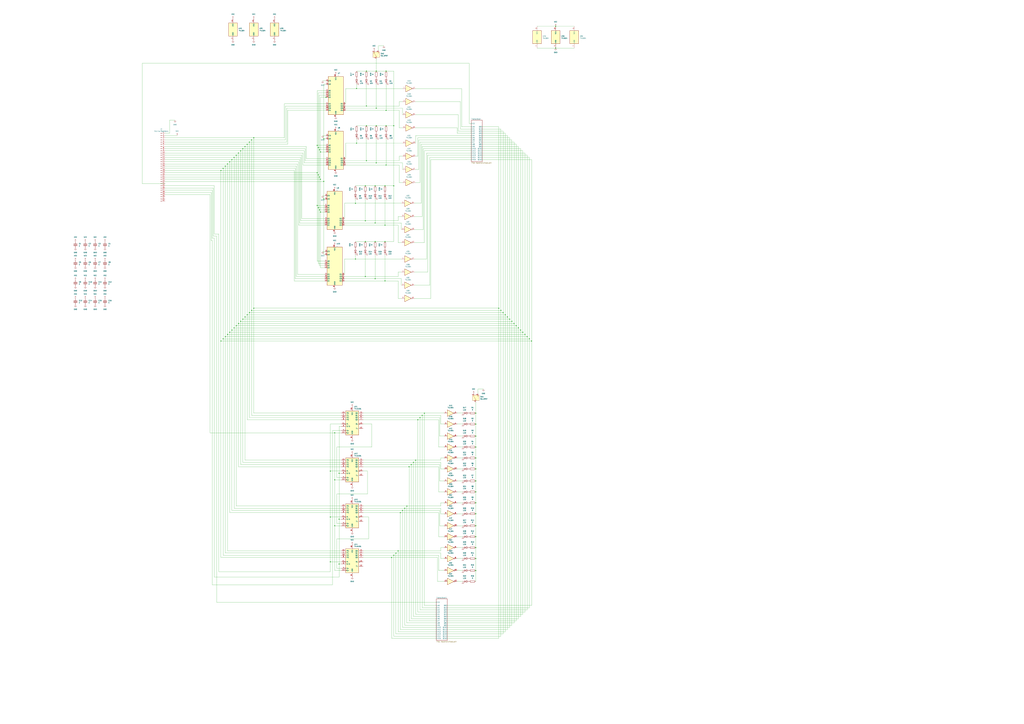
<source format=kicad_sch>
(kicad_sch (version 20231120) (generator "eeschema") (generator_version "8.0")
  (paper "A0")
  (junction (at 259.08 195.58))
  (junction (at 281.94 370.84))
  (junction (at 552.45 648.97))
  (junction (at 436.88 82.55))
  (junction (at 424.18 215.9))
  (junction (at 552.45 532.13))
  (junction (at 596.9 375.92))
  (junction (at 294.64 160.02))
  (junction (at 375.92 161.29))
  (junction (at 424.18 321.31))
  (junction (at 414.02 102.87))
  (junction (at 552.45 623.57))
  (junction (at 412.75 236.22))
  (junction (at 276.86 375.92))
  (junction (at 281.94 172.72))
  (junction (at 388.62 557.53))
  (junction (at 287.02 167.64))
  (junction (at 269.24 383.54))
  (junction (at 372.11 208.28))
  (junction (at 284.48 170.18))
  (junction (at 414.02 166.37))
  (junction (at 447.04 261.62))
  (junction (at 425.45 186.69))
  (junction (at 448.31 146.05))
  (junction (at 584.2 363.22))
  (junction (at 271.78 182.88))
  (junction (at 388.62 610.87))
  (junction (at 388.62 502.92))
  (junction (at 393.7 655.32))
  (junction (at 474.98 542.29))
  (junction (at 370.84 173.99))
  (junction (at 393.7 603.25))
  (junction (at 369.57 241.3))
  (junction (at 369.57 171.45))
  (junction (at 589.28 368.3))
  (junction (at 425.45 82.55))
  (junction (at 447.04 215.9))
  (junction (at 617.22 396.24))
  (junction (at 552.45 506.73))
  (junction (at 274.32 180.34))
  (junction (at 256.54 198.12))
  (junction (at 472.44 588.01))
  (junction (at 594.36 373.38))
  (junction (at 552.45 584.2))
  (junction (at 276.86 177.8))
  (junction (at 264.16 388.62))
  (junction (at 287.02 365.76))
  (junction (at 436.88 125.73))
  (junction (at 645.16 30.48))
  (junction (at 552.45 596.9))
  (junction (at 552.45 492.76))
  (junction (at 467.36 593.09))
  (junction (at 586.74 365.76))
  (junction (at 383.54 547.37))
  (junction (at 274.32 378.46))
  (junction (at 264.16 190.5))
  (junction (at 370.84 243.84))
  (junction (at 266.7 386.08))
  (junction (at 591.82 370.84))
  (junction (at 579.12 358.14))
  (junction (at 601.98 381))
  (junction (at 370.84 205.74))
  (junction (at 284.48 368.3))
  (junction (at 261.62 391.16))
  (junction (at 447.04 280.67))
  (junction (at 369.57 203.2))
  (junction (at 457.2 146.05))
  (junction (at 375.92 210.82))
  (junction (at 552.45 610.87))
  (junction (at 383.54 652.78))
  (junction (at 259.08 393.7))
  (junction (at 424.18 280.67))
  (junction (at 482.6 534.67))
  (junction (at 261.62 193.04))
  (junction (at 368.3 168.91))
  (junction (at 464.82 595.63))
  (junction (at 269.24 185.42))
  (junction (at 552.45 558.8))
  (junction (at 552.45 662.94))
  (junction (at 457.2 645.16))
  (junction (at 271.78 381))
  (junction (at 424.18 256.54))
  (junction (at 485.14 487.68))
  (junction (at 487.68 485.14))
  (junction (at 604.52 383.54))
  (junction (at 393.7 549.91))
  (junction (at 435.61 259.08))
  (junction (at 425.45 123.19))
  (junction (at 435.61 323.85))
  (junction (at 614.68 393.7))
  (junction (at 375.92 231.14))
  (junction (at 372.11 246.38))
  (junction (at 490.22 482.6))
  (junction (at 552.45 519.43))
  (junction (at 448.31 191.77))
  (junction (at 448.31 82.55))
  (junction (at 256.54 396.24))
  (junction (at 289.56 363.22))
  (junction (at 368.3 238.76))
  (junction (at 266.7 187.96))
  (junction (at 581.66 360.68))
  (junction (at 454.66 647.7))
  (junction (at 480.06 537.21))
  (junction (at 552.45 636.27))
  (junction (at 552.45 544.83))
  (junction (at 448.31 128.27))
  (junction (at 412.75 300.99))
  (junction (at 492.76 480.06))
  (junction (at 612.14 391.16))
  (junction (at 436.88 189.23))
  (junction (at 645.16 55.88))
  (junction (at 294.64 358.14))
  (junction (at 435.61 280.67))
  (junction (at 607.06 386.08))
  (junction (at 368.3 200.66))
  (junction (at 383.54 600.71))
  (junction (at 457.2 215.9))
  (junction (at 378.46 113.03))
  (junction (at 477.52 539.75))
  (junction (at 279.4 373.38))
  (junction (at 289.56 165.1))
  (junction (at 552.45 571.5))
  (junction (at 292.1 162.56))
  (junction (at 435.61 215.9))
  (junction (at 609.6 388.62))
  (junction (at 552.45 480.06))
  (junction (at 372.11 176.53))
  (junction (at 292.1 360.68))
  (junction (at 436.88 146.05))
  (junction (at 469.9 590.55))
  (junction (at 599.44 378.46))
  (junction (at 447.04 326.39))
  (junction (at 425.45 146.05))
  (junction (at 459.74 642.62))
  (junction (at 462.28 640.08))
  (junction (at 279.4 175.26))
  (wire (pts (xy 510.54 610.87) (xy 515.62 610.87)))
  (wire (pts (xy 425.45 146.05) (xy 436.88 146.05)))
  (wire (pts (xy 421.64 482.6) (xy 490.22 482.6)))
  (wire (pts (xy 247.65 274.32) (xy 251.46 274.32)))
  (wire (pts (xy 332.74 165.1) (xy 332.74 125.73)))
  (wire (pts (xy 448.31 97.79) (xy 448.31 128.27)))
  (wire (pts (xy 510.54 539.75) (xy 510.54 558.8)))
  (wire (pts (xy 462.28 261.62) (xy 462.28 281.94)))
  (wire (pts (xy 604.52 383.54) (xy 604.52 716.28)))
  (wire (pts (xy 191.77 160.02) (xy 294.64 160.02)))
  (wire (pts (xy 519.43 734.06) (xy 586.74 734.06)))
  (wire (pts (xy 462.28 326.39) (xy 462.28 346.71)))
  (wire (pts (xy 482.6 181.61) (xy 485.14 181.61)))
  (wire (pts (xy 248.92 670.56) (xy 248.92 276.86)))
  (wire (pts (xy 375.92 295.91) (xy 375.92 231.14)))
  (wire (pts (xy 457.2 215.9) (xy 447.04 215.9)))
  (wire (pts (xy 421.64 600.71) (xy 427.99 600.71)))
  (wire (pts (xy 191.77 187.96) (xy 266.7 187.96)))
  (wire (pts (xy 509.27 595.63) (xy 509.27 623.57)))
  (wire (pts (xy 519.43 741.68) (xy 579.12 741.68)))
  (wire (pts (xy 191.77 167.64) (xy 287.02 167.64)))
  (wire (pts (xy 377.19 261.62) (xy 346.71 261.62)))
  (wire (pts (xy 424.18 280.67) (xy 435.61 280.67)))
  (wire (pts (xy 594.36 373.38) (xy 594.36 162.56)))
  (wire (pts (xy 463.55 212.09) (xy 467.36 212.09)))
  (wire (pts (xy 421.64 492.76) (xy 431.8 492.76)))
  (wire (pts (xy 552.45 571.5) (xy 552.45 584.2)))
  (wire (pts (xy 464.82 595.63) (xy 509.27 595.63)))
  (wire (pts (xy 495.3 300.99) (xy 481.33 300.99)))
  (wire (pts (xy 490.22 482.6) (xy 511.81 482.6)))
  (wire (pts (xy 547.37 167.64) (xy 488.95 167.64)))
  (wire (pts (xy 466.09 323.85) (xy 466.09 331.47)))
  (wire (pts (xy 276.86 375.92) (xy 276.86 542.29)))
  (wire (pts (xy 589.28 157.48) (xy 560.07 157.48)))
  (wire (pts (xy 511.81 532.13) (xy 515.62 532.13)))
  (wire (pts (xy 279.4 175.26) (xy 279.4 373.38)))
  (wire (pts (xy 511.81 534.67) (xy 511.81 532.13)))
  (wire (pts (xy 401.32 189.23) (xy 436.88 189.23)))
  (wire (pts (xy 287.02 365.76) (xy 586.74 365.76)))
  (wire (pts (xy 431.8 519.43) (xy 391.16 519.43)))
  (wire (pts (xy 246.38 679.45) (xy 386.08 679.45)))
  (wire (pts (xy 368.3 238.76) (xy 377.19 238.76)))
  (wire (pts (xy 396.24 593.09) (xy 269.24 593.09)))
  (wire (pts (xy 519.43 706.12) (xy 614.68 706.12)))
  (wire (pts (xy 391.16 519.43) (xy 391.16 554.99)))
  (wire (pts (xy 279.4 175.26) (xy 353.06 175.26)))
  (wire (pts (xy 457.2 280.67) (xy 457.2 215.9)))
  (wire (pts (xy 375.92 97.79) (xy 378.46 97.79)))
  (wire (pts (xy 506.73 726.44) (xy 469.9 726.44)))
  (wire (pts (xy 330.2 120.65) (xy 378.46 120.65)))
  (wire (pts (xy 341.63 326.39) (xy 377.19 326.39)))
  (wire (pts (xy 243.84 226.06) (xy 243.84 502.92)))
  (wire (pts (xy 530.86 506.73) (xy 537.21 506.73)))
  (wire (pts (xy 462.28 281.94) (xy 466.09 281.94)))
  (wire (pts (xy 510.54 593.09) (xy 510.54 610.87)))
  (wire (pts (xy 436.88 68.58) (xy 436.88 82.55)))
  (wire (pts (xy 396.24 595.63) (xy 266.7 595.63)))
  (wire (pts (xy 469.9 726.44) (xy 469.9 590.55)))
  (wire (pts (xy 469.9 590.55) (xy 511.81 590.55)))
  (wire (pts (xy 448.31 128.27) (xy 463.55 128.27)))
  (wire (pts (xy 191.77 165.1) (xy 289.56 165.1)))
  (wire (pts (xy 530.86 519.43) (xy 537.21 519.43)))
  (wire (pts (xy 246.38 220.98) (xy 191.77 220.98)))
  (wire (pts (xy 289.56 165.1) (xy 332.74 165.1)))
  (wire (pts (xy 345.44 318.77) (xy 345.44 190.5)))
  (wire (pts (xy 511.81 492.76) (xy 515.62 492.76)))
  (wire (pts (xy 519.43 731.52) (xy 589.28 731.52)))
  (wire (pts (xy 547.37 152.4) (xy 532.13 152.4)))
  (wire (pts (xy 271.78 381) (xy 271.78 590.55)))
  (wire (pts (xy 435.61 295.91) (xy 435.61 323.85)))
  (wire (pts (xy 245.11 223.52) (xy 191.77 223.52)))
  (wire (pts (xy 388.62 557.53) (xy 388.62 610.87)))
  (wire (pts (xy 601.98 381) (xy 601.98 718.82)))
  (wire (pts (xy 400.05 321.31) (xy 424.18 321.31)))
  (wire (pts (xy 424.18 231.14) (xy 424.18 256.54)))
  (wire (pts (xy 284.48 170.18) (xy 284.48 368.3)))
  (wire (pts (xy 552.45 519.43) (xy 552.45 532.13)))
  (wire (pts (xy 519.43 736.6) (xy 584.2 736.6)))
  (wire (pts (xy 400.05 256.54) (xy 424.18 256.54)))
  (wire (pts (xy 467.36 125.73) (xy 467.36 133.35)))
  (wire (pts (xy 271.78 182.88) (xy 349.25 182.88)))
  (wire (pts (xy 378.46 113.03) (xy 372.11 113.03)))
  (wire (pts (xy 191.77 203.2) (xy 369.57 203.2)))
  (wire (pts (xy 560.07 175.26) (xy 607.06 175.26)))
  (wire (pts (xy 481.33 281.94) (xy 492.76 281.94)))
  (wire (pts (xy 552.45 558.8) (xy 552.45 571.5)))
  (wire (pts (xy 401.32 166.37) (xy 414.02 166.37)))
  (wire (pts (xy 530.86 148.59) (xy 530.86 154.94)))
  (wire (pts (xy 341.63 198.12) (xy 341.63 326.39)))
  (wire (pts (xy 462.28 346.71) (xy 466.09 346.71)))
  (wire (pts (xy 499.11 182.88) (xy 499.11 331.47)))
  (wire (pts (xy 369.57 171.45) (xy 369.57 203.2)))
  (wire (pts (xy 477.52 539.75) (xy 510.54 539.75)))
  (wire (pts (xy 191.77 162.56) (xy 292.1 162.56)))
  (wire (pts (xy 294.64 160.02) (xy 294.64 358.14)))
  (wire (pts (xy 388.62 557.53) (xy 396.24 557.53)))
  (wire (pts (xy 284.48 368.3) (xy 589.28 368.3)))
  (wire (pts (xy 488.95 236.22) (xy 481.33 236.22)))
  (wire (pts (xy 506.73 734.06) (xy 462.28 734.06)))
  (wire (pts (xy 374.65 157.48) (xy 378.46 157.48)))
  (wire (pts (xy 396.24 487.68) (xy 287.02 487.68)))
  (wire (pts (xy 383.54 600.71) (xy 383.54 547.37)))
  (wire (pts (xy 482.6 713.74) (xy 482.6 534.67)))
  (wire (pts (xy 457.2 82.55) (xy 448.31 82.55)))
  (wire (pts (xy 334.01 167.64) (xy 287.02 167.64)))
  (wire (pts (xy 547.37 162.56) (xy 486.41 162.56)))
  (wire (pts (xy 276.86 177.8) (xy 351.79 177.8)))
  (wire (pts (xy 552.45 610.87) (xy 552.45 623.57)))
  (wire (pts (xy 467.36 728.98) (xy 467.36 593.09)))
  (wire (pts (xy 259.08 393.7) (xy 614.68 393.7)))
  (wire (pts (xy 599.44 167.64) (xy 599.44 378.46)))
  (wire (pts (xy 519.43 716.28) (xy 604.52 716.28)))
  (wire (pts (xy 421.64 645.16) (xy 457.2 645.16)))
  (wire (pts (xy 393.7 603.25) (xy 393.7 549.91)))
  (wire (pts (xy 421.64 640.08) (xy 462.28 640.08)))
  (wire (pts (xy 292.1 360.68) (xy 292.1 482.6)))
  (wire (pts (xy 530.86 623.57) (xy 537.21 623.57)))
  (wire (pts (xy 396.24 640.08) (xy 264.16 640.08)))
  (wire (pts (xy 485.14 181.61) (xy 485.14 160.02)))
  (wire (pts (xy 401.32 186.69) (xy 425.45 186.69)))
  (wire (pts (xy 400.05 300.99) (xy 412.75 300.99)))
  (wire (pts (xy 281.94 172.72) (xy 354.33 172.72)))
  (wire (pts (xy 552.45 636.27) (xy 552.45 648.97)))
  (wire (pts (xy 292.1 162.56) (xy 292.1 360.68)))
  (wire (pts (xy 412.75 280.67) (xy 424.18 280.67)))
  (wire (pts (xy 191.77 205.74) (xy 370.84 205.74)))
  (wire (pts (xy 396.24 534.67) (xy 284.48 534.67)))
  (wire (pts (xy 519.43 703.58) (xy 617.22 703.58)))
  (wire (pts (xy 454.66 741.68) (xy 454.66 647.7)))
  (wire (pts (xy 377.19 308.61) (xy 370.84 308.61)))
  (wire (pts (xy 266.7 386.08) (xy 266.7 595.63)))
  (wire (pts (xy 269.24 185.42) (xy 269.24 383.54)))
  (wire (pts (xy 378.46 123.19) (xy 331.47 123.19)))
  (wire (pts (xy 457.2 215.9) (xy 457.2 146.05)))
  (wire (pts (xy 243.84 226.06) (xy 191.77 226.06)))
  (wire (pts (xy 355.6 170.18) (xy 355.6 184.15)))
  (wire (pts (xy 400.05 236.22) (xy 412.75 236.22)))
  (wire (pts (xy 495.3 177.8) (xy 495.3 300.99)))
  (wire (pts (xy 368.3 168.91) (xy 368.3 105.41)))
  (wire (pts (xy 421.64 542.29) (xy 474.98 542.29)))
  (wire (pts (xy 393.7 495.3) (xy 396.24 495.3)))
  (wire (pts (xy 412.75 300.99) (xy 466.09 300.99)))
  (wire (pts (xy 547.37 172.72) (xy 491.49 172.72)))
  (wire (pts (xy 486.41 162.56) (xy 486.41 196.85)))
  (wire (pts (xy 552.45 623.57) (xy 552.45 636.27)))
  (wire (pts (xy 508 675.64) (xy 515.62 675.64)))
  (wire (pts (xy 544.83 143.51) (xy 547.37 143.51)))
  (wire (pts (xy 499.11 331.47) (xy 481.33 331.47)))
  (wire (pts (xy 400.05 326.39) (xy 447.04 326.39)))
  (wire (pts (xy 454.66 647.7) (xy 508 647.7)))
  (wire (pts (xy 435.61 259.08) (xy 466.09 259.08)))
  (wire (pts (xy 191.77 154.94) (xy 196.85 154.94)))
  (wire (pts (xy 369.57 306.07) (xy 377.19 306.07)))
  (wire (pts (xy 463.55 191.77) (xy 463.55 212.09)))
  (wire (pts (xy 274.32 180.34) (xy 350.52 180.34)))
  (wire (pts (xy 530.86 544.83) (xy 537.21 544.83)))
  (wire (pts (xy 368.3 200.66) (xy 368.3 168.91)))
  (wire (pts (xy 435.61 215.9) (xy 447.04 215.9)))
  (wire (pts (xy 607.06 175.26) (xy 607.06 386.08)))
  (wire (pts (xy 612.14 180.34) (xy 612.14 391.16)))
  (wire (pts (xy 347.98 259.08) (xy 377.19 259.08)))
  (wire (pts (xy 487.68 165.1) (xy 547.37 165.1)))
  (wire (pts (xy 519.43 711.2) (xy 609.6 711.2)))
  (wire (pts (xy 372.11 113.03) (xy 372.11 176.53)))
  (wire (pts (xy 552.45 467.36) (xy 552.45 480.06)))
  (wire (pts (xy 530.86 675.64) (xy 537.21 675.64)))
  (wire (pts (xy 457.2 146.05) (xy 457.2 82.55)))
  (wire (pts (xy 511.81 642.62) (xy 511.81 648.97)))
  (wire (pts (xy 281.94 172.72) (xy 281.94 370.84)))
  (wire (pts (xy 532.13 152.4) (xy 532.13 133.35)))
  (wire (pts (xy 421.64 537.21) (xy 480.06 537.21)))
  (wire (pts (xy 372.11 246.38) (xy 377.19 246.38)))
  (wire (pts (xy 421.64 485.14) (xy 487.68 485.14)))
  (wire (pts (xy 421.64 642.62) (xy 459.74 642.62)))
  (wire (pts (xy 560.07 180.34) (xy 612.14 180.34)))
  (wire (pts (xy 353.06 175.26) (xy 353.06 189.23)))
  (wire (pts (xy 259.08 195.58) (xy 259.08 393.7)))
  (wire (pts (xy 191.77 208.28) (xy 372.11 208.28)))
  (wire (pts (xy 511.81 596.9) (xy 515.62 596.9)))
  (wire (pts (xy 248.92 215.9) (xy 191.77 215.9)))
  (wire (pts (xy 274.32 378.46) (xy 274.32 588.01)))
  (wire (pts (xy 370.84 243.84) (xy 377.19 243.84)))
  (wire (pts (xy 254 664.21) (xy 254 271.78)))
  (wire (pts (xy 400.05 254) (xy 400.05 236.22)))
  (wire (pts (xy 412.75 295.91) (xy 412.75 300.99)))
  (wire (pts (xy 383.54 547.37) (xy 383.54 492.76)))
  (wire (pts (xy 596.9 165.1) (xy 596.9 375.92)))
  (wire (pts (xy 191.77 177.8) (xy 276.86 177.8)))
  (wire (pts (xy 421.64 534.67) (xy 482.6 534.67)))
  (wire (pts (xy 396.24 542.29) (xy 276.86 542.29)))
  (wire (pts (xy 191.77 185.42) (xy 269.24 185.42)))
  (wire (pts (xy 421.64 480.06) (xy 492.76 480.06)))
  (wire (pts (xy 617.22 396.24) (xy 617.22 703.58)))
  (wire (pts (xy 369.57 107.95) (xy 369.57 171.45)))
  (wire (pts (xy 492.76 703.58) (xy 492.76 480.06)))
  (wire (pts (xy 191.77 198.12) (xy 256.54 198.12)))
  (wire (pts (xy 271.78 182.88) (xy 271.78 381)))
  (wire (pts (xy 191.77 195.58) (xy 259.08 195.58)))
  (wire (pts (xy 482.6 148.59) (xy 530.86 148.59)))
  (wire (pts (xy 482.6 102.87) (xy 535.94 102.87)))
  (wire (pts (xy 617.22 396.24) (xy 256.54 396.24)))
  (wire (pts (xy 396.24 539.75) (xy 279.4 539.75)))
  (wire (pts (xy 457.2 645.16) (xy 509.27 645.16)))
  (wire (pts (xy 436.88 146.05) (xy 448.31 146.05)))
  (wire (pts (xy 191.77 182.88) (xy 271.78 182.88)))
  (wire (pts (xy 552.45 480.06) (xy 552.45 492.76)))
  (wire (pts (xy 248.92 276.86) (xy 246.38 276.86)))
  (wire (pts (xy 581.66 149.86) (xy 581.66 360.68)))
  (wire (pts (xy 509.27 645.16) (xy 509.27 662.94)))
  (wire (pts (xy 396.24 588.01) (xy 274.32 588.01)))
  (wire (pts (xy 391.16 660.4) (xy 396.24 660.4)))
  (wire (pts (xy 248.92 271.78) (xy 248.92 215.9)))
  (wire (pts (xy 511.81 482.6) (xy 511.81 492.76)))
  (wire (pts (xy 467.36 189.23) (xy 467.36 196.85)))
  (wire (pts (xy 506.73 703.58) (xy 492.76 703.58)))
  (wire (pts (xy 425.45 123.19) (xy 463.55 123.19)))
  (wire (pts (xy 396.24 590.55) (xy 271.78 590.55)))
  (wire (pts (xy 370.84 173.99) (xy 378.46 173.99)))
  (wire (pts (xy 579.12 358.14) (xy 579.12 741.68)))
  (wire (pts (xy 393.7 549.91) (xy 396.24 549.91)))
  (wire (pts (xy 506.73 741.68) (xy 454.66 741.68)))
  (wire (pts (xy 519.43 728.98) (xy 591.82 728.98)))
  (wire (pts (xy 510.54 485.14) (xy 510.54 506.73)))
  (wire (pts (xy 370.84 110.49) (xy 378.46 110.49)))
  (wire (pts (xy 584.2 363.22) (xy 584.2 736.6)))
  (wire (pts (xy 378.46 107.95) (xy 369.57 107.95)))
  (wire (pts (xy 269.24 383.54) (xy 269.24 593.09)))
  (wire (pts (xy 448.31 161.29) (xy 448.31 191.77)))
  (wire (pts (xy 435.61 323.85) (xy 466.09 323.85)))
  (wire (pts (xy 368.3 303.53) (xy 368.3 238.76)))
  (wire (pts (xy 547.37 157.48) (xy 482.6 157.48)))
  (wire (pts (xy 482.6 534.67) (xy 511.81 534.67)))
  (wire (pts (xy 519.43 718.82) (xy 601.98 718.82)))
  (wire (pts (xy 532.13 133.35) (xy 482.6 133.35)))
  (wire (pts (xy 294.64 358.14) (xy 294.64 480.06)))
  (wire (pts (xy 547.37 182.88) (xy 499.11 182.88)))
  (wire (pts (xy 412.75 215.9) (xy 424.18 215.9)))
  (wire (pts (xy 334.01 128.27) (xy 378.46 128.27)))
  (wire (pts (xy 510.54 558.8) (xy 515.62 558.8)))
  (wire (pts (xy 412.75 236.22) (xy 466.09 236.22)))
  (wire (pts (xy 400.05 323.85) (xy 435.61 323.85)))
  (wire (pts (xy 351.79 191.77) (xy 351.79 177.8)))
  (wire (pts (xy 401.32 123.19) (xy 425.45 123.19)))
  (wire (pts (xy 552.45 596.9) (xy 552.45 610.87)))
  (wire (pts (xy 560.07 185.42) (xy 617.22 185.42)))
  (wire (pts (xy 246.38 276.86) (xy 246.38 220.98)))
  (wire (pts (xy 261.62 193.04) (xy 261.62 391.16)))
  (wire (pts (xy 464.82 731.52) (xy 464.82 595.63)))
  (wire (pts (xy 509.27 662.94) (xy 515.62 662.94)))
  (wire (pts (xy 604.52 172.72) (xy 560.07 172.72)))
  (wire (pts (xy 421.64 588.01) (xy 472.44 588.01)))
  (wire (pts (xy 279.4 373.38) (xy 279.4 539.75)))
  (wire (pts (xy 480.06 537.21) (xy 511.81 537.21)))
  (wire (pts (xy 264.16 388.62) (xy 609.6 388.62)))
  (wire (pts (xy 269.24 383.54) (xy 604.52 383.54)))
  (wire (pts (xy 560.07 170.18) (xy 601.98 170.18)))
  (wire (pts (xy 612.14 391.16) (xy 612.14 708.66)))
  (wire (pts (xy 604.52 172.72) (xy 604.52 383.54)))
  (wire (pts (xy 247.65 274.32) (xy 247.65 218.44)))
  (wire (pts (xy 374.65 227.33) (xy 377.19 227.33)))
  (wire (pts (xy 346.71 261.62) (xy 346.71 187.96)))
  (wire (pts (xy 435.61 231.14) (xy 435.61 259.08)))
  (wire (pts (xy 375.92 210.82) (xy 375.92 161.29)))
  (wire (pts (xy 269.24 185.42) (xy 347.98 185.42)))
  (wire (pts (xy 414.02 166.37) (xy 467.36 166.37)))
  (wire (pts (xy 581.66 360.68) (xy 292.1 360.68)))
  (wire (pts (xy 447.04 326.39) (xy 462.28 326.39)))
  (wire (pts (xy 400.05 261.62) (xy 447.04 261.62)))
  (wire (pts (xy 535.94 102.87) (xy 535.94 147.32)))
  (wire (pts (xy 490.22 706.12) (xy 490.22 482.6)))
  (wire (pts (xy 488.95 167.64) (xy 488.95 236.22)))
  (wire (pts (xy 609.6 177.8) (xy 560.07 177.8)))
  (wire (pts (xy 375.92 161.29) (xy 378.46 161.29)))
  (wire (pts (xy 264.16 190.5) (xy 264.16 388.62)))
  (wire (pts (xy 480.06 716.28) (xy 480.06 537.21)))
  (wire (pts (xy 370.84 243.84) (xy 370.84 205.74)))
  (wire (pts (xy 271.78 381) (xy 601.98 381)))
  (wire (pts (xy 254 271.78) (xy 248.92 271.78)))
  (wire (pts (xy 372.11 208.28) (xy 372.11 246.38)))
  (wire (pts (xy 462.28 640.08) (xy 511.81 640.08)))
  (wire (pts (xy 396.24 485.14) (xy 289.56 485.14)))
  (wire (pts (xy 383.54 652.78) (xy 396.24 652.78)))
  (wire (pts (xy 506.73 708.66) (xy 487.68 708.66)))
  (wire (pts (xy 251.46 699.77) (xy 506.73 699.77)))
  (wire (pts (xy 383.54 492.76) (xy 396.24 492.76)))
  (wire (pts (xy 623.57 55.88) (xy 645.16 55.88)))
  (wire (pts (xy 261.62 193.04) (xy 344.17 193.04)))
  (wire (pts (xy 534.67 118.11) (xy 534.67 149.86)))
  (wire (pts (xy 279.4 373.38) (xy 594.36 373.38)))
  (wire (pts (xy 447.04 295.91) (xy 447.04 326.39)))
  (wire (pts (xy 256.54 198.12) (xy 341.63 198.12)))
  (wire (pts (xy 383.54 652.78) (xy 383.54 600.71)))
  (wire (pts (xy 482.6 118.11) (xy 534.67 118.11)))
  (wire (pts (xy 378.46 191.77) (xy 351.79 191.77)))
  (wire (pts (xy 334.01 128.27) (xy 334.01 167.64)))
  (wire (pts (xy 281.94 370.84) (xy 281.94 537.21)))
  (wire (pts (xy 552.45 492.76) (xy 552.45 506.73)))
  (wire (pts (xy 579.12 147.32) (xy 579.12 358.14)))
  (wire (pts (xy 584.2 152.4) (xy 560.07 152.4)))
  (wire (pts (xy 424.18 215.9) (xy 435.61 215.9)))
  (wire (pts (xy 530.86 480.06) (xy 537.21 480.06)))
  (wire (pts (xy 436.88 82.55) (xy 448.31 82.55)))
  (wire (pts (xy 436.88 161.29) (xy 436.88 189.23)))
  (wire (pts (xy 530.86 648.97) (xy 537.21 648.97)))
  (wire (pts (xy 369.57 241.3) (xy 377.19 241.3)))
  (wire (pts (xy 612.14 391.16) (xy 261.62 391.16)))
  (wire (pts (xy 266.7 187.96) (xy 266.7 386.08)))
  (wire (pts (xy 511.81 544.83) (xy 515.62 544.83)))
  (wire (pts (xy 509.27 542.29) (xy 509.27 571.5)))
  (wire (pts (xy 459.74 642.62) (xy 511.81 642.62)))
  (wire (pts (xy 427.99 626.11) (xy 391.16 626.11)))
  (wire (pts (xy 594.36 373.38) (xy 594.36 726.44)))
  (wire (pts (xy 266.7 187.96) (xy 346.71 187.96)))
  (wire (pts (xy 374.65 292.1) (xy 377.19 292.1)))
  (wire (pts (xy 243.84 502.92) (xy 388.62 502.92)))
  (wire (pts (xy 508 647.7) (xy 508 675.64)))
  (wire (pts (xy 586.74 365.76) (xy 586.74 734.06)))
  (wire (pts (xy 560.07 160.02) (xy 591.82 160.02)))
  (wire (pts (xy 396.24 642.62) (xy 261.62 642.62)))
  (wire (pts (xy 472.44 588.01) (xy 511.81 588.01)))
  (wire (pts (xy 254 664.21) (xy 383.54 664.21)))
  (wire (pts (xy 506.73 718.82) (xy 477.52 718.82)))
  (wire (pts (xy 509.27 571.5) (xy 515.62 571.5)))
  (wire (pts (xy 347.98 185.42) (xy 347.98 259.08)))
  (wire (pts (xy 196.85 154.94) (xy 196.85 139.7)))
  (wire (pts (xy 274.32 378.46) (xy 599.44 378.46)))
  (wire (pts (xy 370.84 308.61) (xy 370.84 243.84)))
  (wire (pts (xy 375.92 161.29) (xy 375.92 97.79)))
  (wire (pts (xy 486.41 196.85) (xy 482.6 196.85)))
  (wire (pts (xy 519.43 726.44) (xy 594.36 726.44)))
  (wire (pts (xy 485.14 487.68) (xy 509.27 487.68)))
  (wire (pts (xy 519.43 713.74) (xy 607.06 713.74)))
  (wire (pts (xy 425.45 186.69) (xy 463.55 186.69)))
  (wire (pts (xy 245.11 279.4) (xy 245.11 223.52)))
  (wire (pts (xy 560.07 147.32) (xy 579.12 147.32)))
  (wire (pts (xy 165.1 213.36) (xy 191.77 213.36)))
  (wire (pts (xy 191.77 157.48) (xy 205.74 157.48)))
  (wire (pts (xy 274.32 180.34) (xy 274.32 378.46)))
  (wire (pts (xy 554.99 457.2) (xy 554.99 452.12)))
  (wire (pts (xy 421.64 593.09) (xy 467.36 593.09)))
  (wire (pts (xy 474.98 542.29) (xy 509.27 542.29)))
  (wire (pts (xy 412.75 231.14) (xy 412.75 236.22)))
  (wire (pts (xy 372.11 311.15) (xy 377.19 311.15)))
  (wire (pts (xy 552.45 584.2) (xy 552.45 596.9)))
  (wire (pts (xy 506.73 711.2) (xy 485.14 711.2)))
  (wire (pts (xy 617.22 185.42) (xy 617.22 396.24)))
  (wire (pts (xy 435.61 280.67) (xy 447.04 280.67)))
  (wire (pts (xy 251.46 274.32) (xy 251.46 699.77)))
  (wire (pts (xy 477.52 718.82) (xy 477.52 539.75)))
  (wire (pts (xy 383.54 664.21) (xy 383.54 652.78)))
  (wire (pts (xy 421.64 595.63) (xy 464.82 595.63)))
  (wire (pts (xy 448.31 191.77) (xy 463.55 191.77)))
  (wire (pts (xy 607.06 386.08) (xy 266.7 386.08)))
  (wire (pts (xy 393.7 549.91) (xy 393.7 495.3)))
  (wire (pts (xy 596.9 375.92) (xy 596.9 723.9)))
  (wire (pts (xy 509.27 487.68) (xy 509.27 519.43)))
  (wire (pts (xy 511.81 584.2) (xy 515.62 584.2)))
  (wire (pts (xy 457.2 146.05) (xy 448.31 146.05)))
  (wire (pts (xy 289.56 363.22) (xy 289.56 485.14)))
  (wire (pts (xy 256.54 396.24) (xy 256.54 647.7)))
  (wire (pts (xy 481.33 346.71) (xy 500.38 346.71)))
  (wire (pts (xy 506.73 716.28) (xy 480.06 716.28)))
  (wire (pts (xy 487.68 212.09) (xy 487.68 165.1)))
  (wire (pts (xy 511.81 590.55) (xy 511.81 596.9)))
  (wire (pts (xy 377.19 318.77) (xy 345.44 318.77)))
  (wire (pts (xy 284.48 368.3) (xy 284.48 534.67)))
  (wire (pts (xy 259.08 195.58) (xy 342.9 195.58)))
  (wire (pts (xy 165.1 213.36) (xy 165.1 73.66)))
  (wire (pts (xy 344.17 321.31) (xy 377.19 321.31)))
  (wire (pts (xy 552.45 532.13) (xy 552.45 544.83)))
  (wire (pts (xy 191.77 193.04) (xy 261.62 193.04)))
  (wire (pts (xy 436.88 97.79) (xy 436.88 125.73)))
  (wire (pts (xy 396.24 647.7) (xy 256.54 647.7)))
  (wire (pts (xy 466.09 259.08) (xy 466.09 266.7)))
  (wire (pts (xy 530.86 154.94) (xy 547.37 154.94)))
  (wire (pts (xy 354.33 172.72) (xy 354.33 186.69)))
  (wire (pts (xy 368.3 105.41) (xy 378.46 105.41)))
  (wire (pts (xy 506.73 731.52) (xy 464.82 731.52)))
  (wire (pts (xy 287.02 167.64) (xy 287.02 365.76)))
  (wire (pts (xy 530.86 636.27) (xy 537.21 636.27)))
  (wire (pts (xy 485.14 160.02) (xy 547.37 160.02)))
  (wire (pts (xy 374.65 93.98) (xy 378.46 93.98)))
  (wire (pts (xy 487.68 708.66) (xy 487.68 485.14)))
  (wire (pts (xy 447.04 231.14) (xy 447.04 261.62)))
  (wire (pts (xy 421.64 547.37) (xy 426.72 547.37)))
  (wire (pts (xy 353.06 189.23) (xy 378.46 189.23)))
  (wire (pts (xy 481.33 251.46) (xy 490.22 251.46)))
  (wire (pts (xy 281.94 370.84) (xy 591.82 370.84)))
  (wire (pts (xy 355.6 184.15) (xy 378.46 184.15)))
  (wire (pts (xy 331.47 123.19) (xy 331.47 162.56)))
  (wire (pts (xy 544.83 73.66) (xy 544.83 143.51)))
  (wire (pts (xy 519.43 721.36) (xy 599.44 721.36)))
  (wire (pts (xy 491.49 266.7) (xy 481.33 266.7)))
  (wire (pts (xy 391.16 626.11) (xy 391.16 660.4)))
  (wire (pts (xy 191.77 170.18) (xy 284.48 170.18)))
  (wire (pts (xy 487.68 485.14) (xy 510.54 485.14)))
  (wire (pts (xy 414.02 146.05) (xy 425.45 146.05)))
  (wire (pts (xy 509.27 519.43) (xy 515.62 519.43)))
  (wire (pts (xy 400.05 318.77) (xy 400.05 300.99)))
  (wire (pts (xy 342.9 323.85) (xy 342.9 195.58)))
  (wire (pts (xy 424.18 321.31) (xy 462.28 321.31)))
  (wire (pts (xy 530.86 610.87) (xy 537.21 610.87)))
  (wire (pts (xy 191.77 172.72) (xy 281.94 172.72)))
  (wire (pts (xy 530.86 584.2) (xy 537.21 584.2)))
  (wire (pts (xy 530.86 571.5) (xy 537.21 571.5)))
  (wire (pts (xy 463.55 118.11) (xy 467.36 118.11)))
  (wire (pts (xy 457.2 739.14) (xy 457.2 645.16)))
  (wire (pts (xy 368.3 238.76) (xy 368.3 200.66)))
  (wire (pts (xy 491.49 172.72) (xy 491.49 266.7)))
  (wire (pts (xy 370.84 173.99) (xy 370.84 110.49)))
  (wire (pts (xy 369.57 171.45) (xy 378.46 171.45)))
  (wire (pts (xy 481.33 316.23) (xy 496.57 316.23)))
  (wire (pts (xy 511.81 636.27) (xy 515.62 636.27)))
  (wire (pts (xy 490.22 170.18) (xy 547.37 170.18)))
  (wire (pts (xy 196.85 139.7) (xy 203.2 139.7)))
  (wire (pts (xy 535.94 147.32) (xy 547.37 147.32)))
  (wire (pts (xy 462.28 256.54) (xy 462.28 251.46)))
  (wire (pts (xy 609.6 388.62) (xy 609.6 711.2)))
  (wire (pts (xy 496.57 180.34) (xy 547.37 180.34)))
  (wire (pts (xy 462.28 316.23) (xy 466.09 316.23)))
  (wire (pts (xy 506.73 713.74) (xy 482.6 713.74)))
  (wire (pts (xy 589.28 368.3) (xy 589.28 157.48)))
  (wire (pts (xy 506.73 723.9) (xy 472.44 723.9)))
  (wire (pts (xy 289.56 363.22) (xy 584.2 363.22)))
  (wire (pts (xy 560.07 165.1) (xy 596.9 165.1)))
  (wire (pts (xy 462.28 251.46) (xy 466.09 251.46)))
  (wire (pts (xy 623.57 30.48) (xy 645.16 30.48)))
  (wire (pts (xy 609.6 177.8) (xy 609.6 388.62)))
  (wire (pts (xy 393.7 655.32) (xy 393.7 670.56)))
  (wire (pts (xy 586.74 154.94) (xy 586.74 365.76)))
  (wire (pts (xy 560.07 149.86) (xy 581.66 149.86)))
  (wire (pts (xy 601.98 170.18) (xy 601.98 381)))
  (wire (pts (xy 396.24 655.32) (xy 393.7 655.32)))
  (wire (pts (xy 425.45 82.55) (xy 436.88 82.55)))
  (wire (pts (xy 467.36 593.09) (xy 510.54 593.09)))
  (wire (pts (xy 645.16 30.48) (xy 666.75 30.48)))
  (wire (pts (xy 534.67 149.86) (xy 547.37 149.86)))
  (wire (pts (xy 369.57 203.2) (xy 369.57 241.3)))
  (wire (pts (xy 414.02 102.87) (xy 467.36 102.87)))
  (wire (pts (xy 552.45 648.97) (xy 552.45 662.94)))
  (wire (pts (xy 386.08 500.38) (xy 386.08 679.45)))
  (wire (pts (xy 391.16 608.33) (xy 396.24 608.33)))
  (wire (pts (xy 372.11 176.53) (xy 378.46 176.53)))
  (wire (pts (xy 500.38 185.42) (xy 547.37 185.42)))
  (wire (pts (xy 421.64 647.7) (xy 454.66 647.7)))
  (wire (pts (xy 369.57 241.3) (xy 369.57 306.07)))
  (wire (pts (xy 388.62 502.92) (xy 388.62 557.53)))
  (wire (pts (xy 284.48 170.18) (xy 355.6 170.18)))
  (wire (pts (xy 393.7 670.56) (xy 248.92 670.56)))
  (wire (pts (xy 370.84 205.74) (xy 370.84 173.99)))
  (wire (pts (xy 401.32 125.73) (xy 436.88 125.73)))
  (wire (pts (xy 552.45 662.94) (xy 552.45 675.64)))
  (wire (pts (xy 511.81 588.01) (xy 511.81 584.2)))
  (wire (pts (xy 344.17 193.04) (xy 344.17 321.31)))
  (wire (pts (xy 264.16 388.62) (xy 264.16 640.08)))
  (wire (pts (xy 463.55 128.27) (xy 463.55 148.59)))
  (wire (pts (xy 581.66 360.68) (xy 581.66 739.14)))
  (wire (pts (xy 393.7 603.25) (xy 396.24 603.25)))
  (wire (pts (xy 414.02 82.55) (xy 425.45 82.55)))
  (wire (pts (xy 463.55 186.69) (xy 463.55 181.61)))
  (wire (pts (xy 191.77 200.66) (xy 368.3 200.66)))
  (wire (pts (xy 519.43 739.14) (xy 581.66 739.14)))
  (wire (pts (xy 599.44 378.46) (xy 599.44 721.36)))
  (wire (pts (xy 349.25 256.54) (xy 349.25 182.88)))
  (wire (pts (xy 485.14 711.2) (xy 485.14 487.68)))
  (wire (pts (xy 191.77 180.34) (xy 274.32 180.34)))
  (wire (pts (xy 511.81 640.08) (xy 511.81 636.27)))
  (wire (pts (xy 400.05 259.08) (xy 435.61 259.08)))
  (wire (pts (xy 372.11 176.53) (xy 372.11 208.28)))
  (wire (pts (xy 459.74 736.6) (xy 459.74 642.62)))
  (wire (pts (xy 350.52 254) (xy 377.19 254)))
  (wire (pts (xy 560.07 154.94) (xy 586.74 154.94)))
  (wire (pts (xy 396.24 537.21) (xy 281.94 537.21)))
  (wire (pts (xy 506.73 721.36) (xy 474.98 721.36)))
  (wire (pts (xy 388.62 662.94) (xy 396.24 662.94)))
  (wire (pts (xy 264.16 190.5) (xy 345.44 190.5)))
  (wire (pts (xy 607.06 386.08) (xy 607.06 713.74)))
  (wire (pts (xy 401.32 102.87) (xy 414.02 102.87)))
  (wire (pts (xy 591.82 160.02) (xy 591.82 370.84)))
  (wire (pts (xy 421.64 539.75) (xy 477.52 539.75)))
  (wire (pts (xy 506.73 728.98) (xy 467.36 728.98)))
  (wire (pts (xy 289.56 165.1) (xy 289.56 363.22)))
  (wire (pts (xy 427.99 600.71) (xy 427.99 626.11)))
  (wire (pts (xy 247.65 218.44) (xy 191.77 218.44)))
  (wire (pts (xy 256.54 198.12) (xy 256.54 396.24)))
  (wire (pts (xy 377.19 295.91) (xy 375.92 295.91)))
  (wire (pts (xy 414.02 97.79) (xy 414.02 102.87)))
  (wire (pts (xy 552.45 506.73) (xy 552.45 519.43)))
  (wire (pts (xy 463.55 123.19) (xy 463.55 118.11)))
  (wire (pts (xy 383.54 600.71) (xy 396.24 600.71)))
  (wire (pts (xy 426.72 547.37) (xy 426.72 574.04)))
  (wire (pts (xy 396.24 645.16) (xy 259.08 645.16)))
  (wire (pts (xy 530.86 532.13) (xy 537.21 532.13)))
  (wire (pts (xy 165.1 73.66) (xy 544.83 73.66)))
  (wire (pts (xy 584.2 363.22) (xy 584.2 152.4)))
  (wire (pts (xy 414.02 161.29) (xy 414.02 166.37)))
  (wire (pts (xy 447.04 280.67) (xy 457.2 280.67)))
  (wire (pts (xy 259.08 393.7) (xy 259.08 645.16)))
  (wire (pts (xy 614.68 182.88) (xy 560.07 182.88)))
  (wire (pts (xy 589.28 368.3) (xy 589.28 731.52)))
  (wire (pts (xy 330.2 160.02) (xy 330.2 120.65)))
  (wire (pts (xy 506.73 736.6) (xy 459.74 736.6)))
  (wire (pts (xy 547.37 177.8) (xy 495.3 177.8)))
  (wire (pts (xy 421.64 590.55) (xy 469.9 590.55)))
  (wire (pts (xy 614.68 393.7) (xy 614.68 706.12)))
  (wire (pts (xy 425.45 97.79) (xy 425.45 123.19)))
  (wire (pts (xy 191.77 190.5) (xy 264.16 190.5)))
  (wire (pts (xy 191.77 210.82) (xy 375.92 210.82)))
  (wire (pts (xy 372.11 246.38) (xy 372.11 311.15)))
  (wire (pts (xy 421.64 487.68) (xy 485.14 487.68)))
  (wire (pts (xy 375.92 210.82) (xy 375.92 231.14)))
  (wire (pts (xy 463.55 148.59) (xy 467.36 148.59)))
  (wire (pts (xy 519.43 723.9) (xy 596.9 723.9)))
  (wire (pts (xy 492.76 480.06) (xy 515.62 480.06)))
  (wire (pts (xy 386.08 500.38) (xy 396.24 500.38)))
  (wire (pts (xy 462.28 321.31) (xy 462.28 316.23)))
  (wire (pts (xy 506.73 706.12) (xy 490.22 706.12)))
  (wire (pts (xy 554.99 452.12) (xy 561.34 452.12)))
  (wire (pts (xy 474.98 721.36) (xy 474.98 542.29)))
  (wire (pts (xy 594.36 162.56) (xy 560.07 162.56)))
  (wire (pts (xy 401.32 184.15) (xy 401.32 166.37)))
  (wire (pts (xy 388.62 610.87) (xy 388.62 662.94)))
  (wire (pts (xy 530.86 662.94) (xy 537.21 662.94)))
  (wire (pts (xy 332.74 125.73) (xy 378.46 125.73)))
  (wire (pts (xy 492.76 281.94) (xy 492.76 175.26)))
  (wire (pts (xy 436.88 125.73) (xy 467.36 125.73)))
  (wire (pts (xy 294.64 160.02) (xy 330.2 160.02)))
  (wire (pts (xy 401.32 120.65) (xy 401.32 102.87)))
  (wire (pts (xy 377.19 323.85) (xy 342.9 323.85)))
  (wire (pts (xy 191.77 175.26) (xy 279.4 175.26)))
  (wire (pts (xy 350.52 180.34) (xy 350.52 254)))
  (wire (pts (xy 354.33 186.69) (xy 378.46 186.69)))
  (wire (pts (xy 287.02 365.76) (xy 287.02 487.68)))
  (wire (pts (xy 579.12 358.14) (xy 294.64 358.14)))
  (wire (pts (xy 377.19 303.53) (xy 368.3 303.53)))
  (wire (pts (xy 396.24 482.6) (xy 292.1 482.6)))
  (wire (pts (xy 591.82 370.84) (xy 591.82 728.98)))
  (wire (pts (xy 391.16 554.99) (xy 396.24 554.99)))
  (wire (pts (xy 510.54 506.73) (xy 515.62 506.73)))
  (wire (pts (xy 462.28 734.06) (xy 462.28 640.08)))
  (wire (pts (xy 519.43 708.66) (xy 612.14 708.66)))
  (wire (pts (xy 383.54 547.37) (xy 396.24 547.37)))
  (wire (pts (xy 377.19 256.54) (xy 349.25 256.54)))
  (wire (pts (xy 530.86 558.8) (xy 537.21 558.8)))
  (wire (pts (xy 379.73 113.03) (xy 378.46 113.03)))
  (wire (pts (xy 492.76 175.26) (xy 547.37 175.26)))
  (wire (pts (xy 391.16 574.04) (xy 391.16 608.33)))
  (wire (pts (xy 496.57 316.23) (xy 496.57 180.34)))
  (wire (pts (xy 393.7 655.32) (xy 393.7 603.25)))
  (wire (pts (xy 388.62 502.92) (xy 396.24 502.92)))
  (wire (pts (xy 509.27 623.57) (xy 515.62 623.57)))
  (wire (pts (xy 424.18 256.54) (xy 462.28 256.54)))
  (wire (pts (xy 490.22 251.46) (xy 490.22 170.18)))
  (wire (pts (xy 426.72 574.04) (xy 391.16 574.04)))
  (wire (pts (xy 447.04 261.62) (xy 462.28 261.62)))
  (wire (pts (xy 425.45 161.29) (xy 425.45 186.69)))
  (wire (pts (xy 401.32 128.27) (xy 448.31 128.27)))
  (wire (pts (xy 276.86 177.8) (xy 276.86 375.92)))
  (wire (pts (xy 530.86 596.9) (xy 537.21 596.9)))
  (wire (pts (xy 506.73 739.14) (xy 457.2 739.14)))
  (wire (pts (xy 401.32 191.77) (xy 448.31 191.77)))
  (wire (pts (xy 552.45 544.83) (xy 552.45 558.8)))
  (wire (pts (xy 530.86 492.76) (xy 537.21 492.76)))
  (wire (pts (xy 645.16 55.88) (xy 666.75 55.88)))
  (wire (pts (xy 511.81 537.21) (xy 511.81 544.83)))
  (wire (pts (xy 261.62 391.16) (xy 261.62 642.62)))
  (wire (pts (xy 596.9 375.92) (xy 276.86 375.92)))
  (wire (pts (xy 331.47 162.56) (xy 292.1 162.56)))
  (wire (pts (xy 439.42 53.34) (xy 445.77 53.34)))
  (wire (pts (xy 439.42 58.42) (xy 439.42 53.34)))
  (wire (pts (xy 368.3 168.91) (xy 378.46 168.91)))
  (wire (pts (xy 375.92 231.14) (xy 377.19 231.14)))
  (wire (pts (xy 396.24 480.06) (xy 294.64 480.06)))
  (wire (pts (xy 463.55 181.61) (xy 467.36 181.61)))
  (wire (pts (xy 424.18 295.91) (xy 424.18 321.31)))
  (wire (pts (xy 436.88 189.23) (xy 467.36 189.23)))
  (wire (pts (xy 511.81 648.97) (xy 515.62 648.97)))
  (wire (pts (xy 431.8 492.76) (xy 431.8 519.43)))
  (wire (pts (xy 614.68 393.7) (xy 614.68 182.88)))
  (wire (pts (xy 482.6 157.48) (xy 482.6 166.37)))
  (wire (pts (xy 388.62 610.87) (xy 396.24 610.87)))
  (wire (pts (xy 500.38 346.71) (xy 500.38 185.42)))
  (wire (pts (xy 482.6 212.09) (xy 487.68 212.09)))
  (wire (pts (xy 246.38 279.4) (xy 245.11 279.4)))
  (wire (pts (xy 472.44 723.9) (xy 472.44 588.01)))
  (wire (pts (xy 246.38 679.45) (xy 246.38 279.4)))
  (wire (pts (xy 599.44 167.64) (xy 560.07 167.64)))
  (symbol (lib_id "power:VCC") (at 99.06 325.12 0) (unit 1)
    (property "Reference" "#PWR066" (effects (hide yes)))
    (property "Value" "VCC" (at 99.06 320.04 0))
    (property "Description" "Power symbol creates a global label with name \"VCC\"" (effects (hide yes)))
  )
  (symbol (lib_id "power:VCC") (at 318.77 21.59 0) (unit 1)
    (property "Reference" "#PWR03" (effects (hide yes)))
    (property "Value" "VCC" (at 318.77 16.51 0))
    (property "Description" "Power symbol creates a global label with name \"VCC\"" (effects (hide yes)))
  )
  (symbol (lib_id "power:GND") (at 121.92 354.33 0) (unit 1)
    (property "Reference" "#PWR080" (effects (hide yes)))
    (property "Value" "GND" (at 121.92 359.41 0))
    (property "Description" "Power symbol creates a global label with name \"GND\" , ground" (effects (hide yes)))
  )
  (symbol (lib_id "Device:R") (at 548.64 519.43 90) (unit 1)
    (property "Reference" "R4" (at 548.64 513.08 90))
    (property "Value" "R" (at 548.64 515.62 90))
    (property "Footprint" "Resistor_SMD:R_0805_2012Metric" (effects (hide yes)))
    (property "Description" "Resistor" (effects (hide yes)))
  )
  (symbol (lib_id "power:VCC") (at 99.06 346.71 0) (unit 1)
    (property "Reference" "#PWR074" (effects (hide yes)))
    (property "Value" "VCC" (at 99.06 341.63 0))
    (property "Description" "Power symbol creates a global label with name \"VCC\"" (effects (hide yes)))
  )
  (symbol (lib_id "Device:LED") (at 414.02 157.48 90) (unit 1)
    (property "Reference" "D5" (at 417.83 157.7974 90) (effects (justify right)))
    (property "Value" "LED" (at 417.83 160.3374 90) (effects (justify right)))
    (property "Footprint" "LED_THT:LED_Rectangular_W5.0mm_H2.0mm" (effects (hide yes)))
    (property "Description" "Light emitting diode" (effects (hide yes)))
  )
  (symbol (lib_id "Device:LED") (at 541.02 584.2 0) (unit 1)
    (property "Reference" "D25" (at 539.4325 577.85 0))
    (property "Value" "LED" (at 539.4325 580.39 0))
    (property "Footprint" "LED_THT:LED_Rectangular_W5.0mm_H2.0mm" (effects (hide yes)))
    (property "Description" "Light emitting diode" (effects (hide yes)))
  )
  (symbol (lib_id "Device:R") (at 414.02 149.86 180) (unit 1)
    (property "Reference" "R21" (at 407.67 149.86 90))
    (property "Value" "R" (at 410.21 149.86 90))
    (property "Footprint" "Resistor_SMD:R_0805_2012Metric" (effects (hide yes)))
    (property "Description" "Resistor" (effects (hide yes)))
  )
  (symbol (lib_id "Device:R") (at 548.64 492.76 90) (unit 1)
    (property "Reference" "R2" (at 548.64 486.41 90))
    (property "Value" "R" (at 548.64 488.95 90))
    (property "Footprint" "Resistor_SMD:R_0805_2012Metric" (effects (hide yes)))
    (property "Description" "Resistor" (effects (hide yes)))
  )
  (symbol (lib_id "Device:R") (at 548.64 636.27 90) (unit 1)
    (property "Reference" "R13" (at 548.64 629.92 90))
    (property "Value" "R" (at 548.64 632.46 90))
    (property "Footprint" "Resistor_SMD:R_0805_2012Metric" (effects (hide yes)))
    (property "Description" "Resistor" (effects (hide yes)))
  )
  (symbol (lib_id "74xx:74LS04") (at 523.24 648.97 0) (unit 4)
    (property "Reference" "U6" (at 523.24 640.08 0))
    (property "Value" "74LS04" (at 523.24 642.62 0))
    (property "Footprint" "Package_DIP:DIP-14_W7.62mm_LongPads" (effects (hide yes)))
    (property "Datasheet" "http://www.ti.com/lit/gpn/sn74LS04" (effects (hide yes)))
    (property "Description" "Hex Inverter" (effects (hide yes)))
  )
  (symbol (lib_id "power:GND") (at 87.63 288.29 0) (unit 1)
    (property "Reference" "#PWR050" (effects (hide yes)))
    (property "Value" "GND" (at 87.63 293.37 0))
    (property "Description" "Power symbol creates a global label with name \"GND\" , ground" (effects (hide yes)))
  )
  (symbol (lib_id "Device:R") (at 548.64 480.06 90) (unit 1)
    (property "Reference" "R1" (at 548.64 473.71 90))
    (property "Value" "R" (at 548.64 476.25 90))
    (property "Footprint" "Resistor_SMD:R_0805_2012Metric" (effects (hide yes)))
    (property "Description" "Resistor" (effects (hide yes)))
  )
  (symbol (lib_id "power:GND") (at 389.89 199.39 0) (unit 1)
    (property "Reference" "#PWR018" (effects (hide yes)))
    (property "Value" "GND" (at 389.89 204.47 0))
    (property "Description" "Power symbol creates a global label with name \"GND\" , ground" (effects (hide yes)))
  )
  (symbol (lib_id "power:VCC") (at 549.91 457.2 0) (unit 1)
    (property "Reference" "#PWR028" (effects (hide yes)))
    (property "Value" "VCC" (at 549.91 452.12 0))
    (property "Description" "Power symbol creates a global label with name \"VCC\"" (effects (hide yes)))
  )
  (symbol (lib_id "Device:C") (at 110.49 328.93 0) (unit 1)
    (property "Reference" "C11" (at 114.3 327.6599 0) (effects (justify left)))
    (property "Value" "C" (at 114.3 330.1999 0) (effects (justify left)))
    (property "Footprint" "Capacitor_SMD:C_0603_1608Metric" (effects (hide yes)))
    (property "Description" "Unpolarized capacitor" (effects (hide yes)))
  )
  (symbol (lib_id "Device:R") (at 448.31 86.36 180) (unit 1)
    (property "Reference" "R20" (at 441.96 86.36 90))
    (property "Value" "R" (at 444.5 86.36 90))
    (property "Footprint" "Resistor_SMD:R_0805_2012Metric" (effects (hide yes)))
    (property "Description" "Resistor" (effects (hide yes)))
  )
  (symbol (lib_id "74xx:74LS04") (at 523.24 506.73 0) (unit 3)
    (property "Reference" "U4" (at 523.24 497.84 0))
    (property "Value" "74LS04" (at 523.24 500.38 0))
    (property "Footprint" "Package_DIP:DIP-14_W7.62mm_LongPads" (effects (hide yes)))
    (property "Datasheet" "http://www.ti.com/lit/gpn/sn74LS04" (effects (hide yes)))
    (property "Description" "Hex Inverter" (effects (hide yes)))
  )
  (symbol (lib_id "Device:C") (at 99.06 350.52 0) (unit 1)
    (property "Reference" "C14" (at 102.87 349.2499 0) (effects (justify left)))
    (property "Value" "C" (at 102.87 351.7899 0) (effects (justify left)))
    (property "Footprint" "Capacitor_SMD:C_0603_1608Metric" (effects (hide yes)))
    (property "Description" "Unpolarized capacitor" (effects (hide yes)))
  )
  (symbol (lib_id "Device:C") (at 110.49 284.48 0) (unit 1)
    (property "Reference" "C3" (at 114.3 283.2099 0) (effects (justify left)))
    (property "Value" "C" (at 114.3 285.7499 0) (effects (justify left)))
    (property "Footprint" "Capacitor_SMD:C_0603_1608Metric" (effects (hide yes)))
    (property "Description" "Unpolarized capacitor" (effects (hide yes)))
  )
  (symbol (lib_id "Device:C") (at 87.63 328.93 0) (unit 1)
    (property "Reference" "C9" (at 91.44 327.6599 0) (effects (justify left)))
    (property "Value" "C" (at 91.44 330.1999 0) (effects (justify left)))
    (property "Footprint" "Capacitor_SMD:C_0603_1608Metric" (effects (hide yes)))
    (property "Description" "Unpolarized capacitor" (effects (hide yes)))
  )
  (symbol (lib_id "power:GND") (at 121.92 288.29 0) (unit 1)
    (property "Reference" "#PWR056" (effects (hide yes)))
    (property "Value" "GND" (at 121.92 293.37 0))
    (property "Description" "Power symbol creates a global label with name \"GND\" , ground" (effects (hide yes)))
  )
  (symbol (lib_id "Device:C") (at 99.06 284.48 0) (unit 1)
    (property "Reference" "C2" (at 102.87 283.2099 0) (effects (justify left)))
    (property "Value" "C" (at 102.87 285.7499 0) (effects (justify left)))
    (property "Footprint" "Capacitor_SMD:C_0603_1608Metric" (effects (hide yes)))
    (property "Description" "Unpolarized capacitor" (effects (hide yes)))
  )
  (symbol (lib_id "missing:74LS189") (at 388.62 306.07 0) (unit 1)
    (property "Reference" "U10" (at 390.8141 283.21 0) (effects (justify left)))
    (property "Value" "~" (at 390.8141 285.75 0) (effects (justify left)))
    (property "Footprint" "Package_DIP:DIP-16_W7.62mm_Socket_LongPads" (effects (hide yes)))
  )
  (symbol (lib_id "Device:C") (at 121.92 350.52 0) (unit 1)
    (property "Reference" "C16" (at 125.73 349.2499 0) (effects (justify left)))
    (property "Value" "C" (at 125.73 351.7899 0) (effects (justify left)))
    (property "Footprint" "Capacitor_SMD:C_0603_1608Metric" (effects (hide yes)))
    (property "Description" "Unpolarized capacitor" (effects (hide yes)))
  )
  (symbol (lib_id "Device:LED") (at 541.02 519.43 0) (unit 1)
    (property "Reference" "D20" (at 539.4325 513.08 0))
    (property "Value" "LED" (at 539.4325 515.62 0))
    (property "Footprint" "LED_THT:LED_Rectangular_W5.0mm_H2.0mm" (effects (hide yes)))
    (property "Description" "Light emitting diode" (effects (hide yes)))
  )
  (symbol (lib_id "Device:R") (at 436.88 86.36 180) (unit 1)
    (property "Reference" "R19" (at 430.53 86.36 90))
    (property "Value" "R" (at 433.07 86.36 90))
    (property "Footprint" "Resistor_SMD:R_0805_2012Metric" (effects (hide yes)))
    (property "Description" "Resistor" (effects (hide yes)))
  )
  (symbol (lib_id "Device:C") (at 110.49 350.52 0) (unit 1)
    (property "Reference" "C15" (at 114.3 349.2499 0) (effects (justify left)))
    (property "Value" "C" (at 114.3 351.7899 0) (effects (justify left)))
    (property "Footprint" "Capacitor_SMD:C_0603_1608Metric" (effects (hide yes)))
    (property "Description" "Unpolarized capacitor" (effects (hide yes)))
  )
  (symbol (lib_id "power:GND") (at 374.65 227.33 0) (unit 1)
    (property "Reference" "#PWR021" (effects (hide yes)))
    (property "Value" "GND" (at 374.65 232.41 0))
    (property "Description" "Power symbol creates a global label with name \"GND\" , ground" (effects (hide yes)))
  )
  (symbol (lib_id "Device:LED") (at 541.02 623.57 0) (unit 1)
    (property "Reference" "D28" (at 539.4325 617.22 0))
    (property "Value" "LED" (at 539.4325 619.76 0))
    (property "Footprint" "LED_THT:LED_Rectangular_W5.0mm_H2.0mm" (effects (hide yes)))
    (property "Description" "Light emitting diode" (effects (hide yes)))
  )
  (symbol (lib_id "Device:C") (at 121.92 328.93 0) (unit 1)
    (property "Reference" "C12" (at 125.73 327.6599 0) (effects (justify left)))
    (property "Value" "C" (at 125.73 330.1999 0) (effects (justify left)))
    (property "Footprint" "Capacitor_SMD:C_0603_1608Metric" (effects (hide yes)))
    (property "Description" "Unpolarized capacitor" (effects (hide yes)))
  )
  (symbol (lib_id "power:GND") (at 374.65 93.98 0) (unit 1)
    (property "Reference" "#PWR011" (effects (hide yes)))
    (property "Value" "GND" (at 374.65 99.06 0))
    (property "Description" "Power symbol creates a global label with name \"GND\" , ground" (effects (hide yes)))
  )
  (symbol (lib_id "Device:LED") (at 447.04 292.1 90) (unit 1)
    (property "Reference" "D16" (at 450.85 292.4174 90) (effects (justify right)))
    (property "Value" "LED" (at 450.85 294.9574 90) (effects (justify right)))
    (property "Footprint" "LED_THT:LED_Rectangular_W5.0mm_H2.0mm" (effects (hide yes)))
    (property "Description" "Light emitting diode" (effects (hide yes)))
  )
  (symbol (lib_id "74xx:74LS04") (at 523.24 480.06 0) (unit 1)
    (property "Reference" "U4" (at 523.24 471.17 0))
    (property "Value" "74LS04" (at 523.24 473.71 0))
    (property "Footprint" "Package_DIP:DIP-14_W7.62mm_LongPads" (effects (hide yes)))
    (property "Datasheet" "http://www.ti.com/lit/gpn/sn74LS04" (effects (hide yes)))
    (property "Description" "Hex Inverter" (effects (hide yes)))
  )
  (symbol (lib_id "74xx:74LS04") (at 523.24 492.76 0) (unit 2)
    (property "Reference" "U4" (at 523.24 483.87 0))
    (property "Value" "74LS04" (at 523.24 486.41 0))
    (property "Footprint" "Package_DIP:DIP-14_W7.62mm_LongPads" (effects (hide yes)))
    (property "Datasheet" "http://www.ti.com/lit/gpn/sn74LS04" (effects (hide yes)))
    (property "Description" "Hex Inverter" (effects (hide yes)))
  )
  (symbol (lib_id "Device:LED") (at 436.88 93.98 90) (unit 1)
    (property "Reference" "D3" (at 440.69 94.2974 90) (effects (justify right)))
    (property "Value" "LED" (at 440.69 96.8374 90) (effects (justify right)))
    (property "Footprint" "LED_THT:LED_Rectangular_W5.0mm_H2.0mm" (effects (hide yes)))
    (property "Description" "Light emitting diode" (effects (hide yes)))
  )
  (symbol (lib_id "power:GND") (at 99.06 309.88 0) (unit 1)
    (property "Reference" "#PWR062" (effects (hide yes)))
    (property "Value" "GND" (at 99.06 314.96 0))
    (property "Description" "Power symbol creates a global label with name \"GND\" , ground" (effects (hide yes)))
  )
  (symbol (lib_id "Device:R") (at 425.45 149.86 180) (unit 1)
    (property "Reference" "R22" (at 419.1 149.86 90))
    (property "Value" "R" (at 421.64 149.86 90))
    (property "Footprint" "Resistor_SMD:R_0805_2012Metric" (effects (hide yes)))
    (property "Description" "Resistor" (effects (hide yes)))
  )
  (symbol (lib_id "Device:R") (at 447.04 219.71 180) (unit 1)
    (property "Reference" "R28" (at 440.69 219.71 90))
    (property "Value" "R" (at 443.23 219.71 90))
    (property "Footprint" "Resistor_SMD:R_0805_2012Metric" (effects (hide yes)))
    (property "Description" "Resistor" (effects (hide yes)))
  )
  (symbol (lib_id "Device:R") (at 412.75 219.71 180) (unit 1)
    (property "Reference" "R25" (at 406.4 219.71 90))
    (property "Value" "R" (at 408.94 219.71 90))
    (property "Footprint" "Resistor_SMD:R_0805_2012Metric" (effects (hide yes)))
    (property "Description" "Resistor" (effects (hide yes)))
  )
  (symbol (lib_id "74xx:74LS04") (at 523.24 544.83 0) (unit 6)
    (property "Reference" "U3" (at 523.24 535.94 0))
    (property "Value" "74LS04" (at 523.24 538.48 0))
    (property "Footprint" "Package_DIP:DIP-14_W7.62mm_LongPads" (effects (hide yes)))
    (property "Datasheet" "http://www.ti.com/lit/gpn/sn74LS04" (effects (hide yes)))
    (property "Description" "Hex Inverter" (effects (hide yes)))
  )
  (symbol (lib_id "74xx:74LS04") (at 473.71 251.46 0) (unit 4)
    (property "Reference" "U2" (at 473.71 242.57 0))
    (property "Value" "74LS04" (at 473.71 245.11 0))
    (property "Footprint" "Package_DIP:DIP-14_W7.62mm_Socket_LongPads" (effects (hide yes)))
    (property "Datasheet" "http://www.ti.com/lit/gpn/sn74LS04" (effects (hide yes)))
    (property "Description" "Hex Inverter" (effects (hide yes)))
  )
  (symbol (lib_id "Device:R") (at 548.64 596.9 90) (unit 1)
    (property "Reference" "R10" (at 548.64 590.55 90))
    (property "Value" "R" (at 548.64 593.09 90))
    (property "Footprint" "Resistor_SMD:R_0805_2012Metric" (effects (hide yes)))
    (property "Description" "Resistor" (effects (hide yes)))
  )
  (symbol (lib_id "power:VCC") (at 205.74 157.48 0) (unit 1)
    (property "Reference" "#PWR016" (effects (hide yes)))
    (property "Value" "VCC" (at 205.74 152.4 0))
    (property "Description" "Power symbol creates a global label with name \"VCC\"" (effects (hide yes)))
  )
  (symbol (lib_id "power:GND") (at 388.62 334.01 0) (unit 1)
    (property "Reference" "#PWR026" (effects (hide yes)))
    (property "Value" "GND" (at 388.62 339.09 0))
    (property "Description" "Power symbol creates a global label with name \"GND\" , ground" (effects (hide yes)))
  )
  (symbol (lib_id "Device:R") (at 548.64 584.2 90) (unit 1)
    (property "Reference" "R9" (at 548.64 577.85 90))
    (property "Value" "R" (at 548.64 580.39 90))
    (property "Footprint" "Resistor_SMD:R_0805_2012Metric" (effects (hide yes)))
    (property "Description" "Resistor" (effects (hide yes)))
  )
  (symbol (lib_id "power:GND") (at 87.63 332.74 0) (unit 1)
    (property "Reference" "#PWR069" (effects (hide yes)))
    (property "Value" "GND" (at 87.63 337.82 0))
    (property "Description" "Power symbol creates a global label with name \"GND\" , ground" (effects (hide yes)))
  )
  (symbol (lib_id "Device:LED") (at 541.02 571.5 0) (unit 1)
    (property "Reference" "D24" (at 539.4325 565.15 0))
    (property "Value" "LED" (at 539.4325 567.69 0))
    (property "Footprint" "LED_THT:LED_Rectangular_W5.0mm_H2.0mm" (effects (hide yes)))
    (property "Description" "Light emitting diode" (effects (hide yes)))
  )
  (symbol (lib_id "Device:LED") (at 435.61 227.33 90) (unit 1)
    (property "Reference" "D11" (at 439.42 227.6474 90) (effects (justify right)))
    (property "Value" "LED" (at 439.42 230.1874 90) (effects (justify right)))
    (property "Footprint" "LED_THT:LED_Rectangular_W5.0mm_H2.0mm" (effects (hide yes)))
    (property "Description" "Light emitting diode" (effects (hide yes)))
  )
  (symbol (lib_id "Device:LED") (at 541.02 648.97 0) (unit 1)
    (property "Reference" "D30" (at 539.4325 642.62 0))
    (property "Value" "LED" (at 539.4325 645.16 0))
    (property "Footprint" "LED_THT:LED_Rectangular_W5.0mm_H2.0mm" (effects (hide yes)))
    (property "Description" "Light emitting diode" (effects (hide yes)))
  )
  (symbol (lib_id "74xx:74LS04") (at 523.24 636.27 0) (unit 3)
    (property "Reference" "U6" (at 523.24 627.38 0))
    (property "Value" "74LS04" (at 523.24 629.92 0))
    (property "Footprint" "Package_DIP:DIP-14_W7.62mm_LongPads" (effects (hide yes)))
    (property "Datasheet" "http://www.ti.com/lit/gpn/sn74LS04" (effects (hide yes)))
    (property "Description" "Hex Inverter" (effects (hide yes)))
  )
  (symbol (lib_id "Switch:SW_SPDT") (at 436.88 63.5 90) (unit 1)
    (property "Reference" "SW2" (at 441.96 62.2299 90) (effects (justify right)))
    (property "Value" "SW_SPDT" (at 441.96 64.7699 90) (effects (justify right)))
    (property "Footprint" "Button_Switch_THT:SW_E-Switch_EG1271_SPDT" (effects (hide yes)))
    (property "Description" "Switch, single pole double throw" (effects (hide yes)))
  )
  (symbol (lib_id "Device:R") (at 435.61 219.71 180) (unit 1)
    (property "Reference" "R27" (at 429.26 219.71 90))
    (property "Value" "R" (at 431.8 219.71 90))
    (property "Footprint" "Resistor_SMD:R_0805_2012Metric" (effects (hide yes)))
    (property "Description" "Resistor" (effects (hide yes)))
  )
  (symbol (lib_id "power:VCC") (at 87.63 280.67 0) (unit 1)
    (property "Reference" "#PWR049" (effects (hide yes)))
    (property "Value" "VCC" (at 87.63 275.59 0))
    (property "Description" "Power symbol creates a global label with name \"VCC\"" (effects (hide yes)))
  )
  (symbol (lib_id "power:VCC") (at 408.94 527.05 0) (unit 1)
    (property "Reference" "#PWR031" (effects (hide yes)))
    (property "Value" "VCC" (at 408.94 521.97 0))
    (property "Description" "Power symbol creates a global label with name \"VCC\"" (effects (hide yes)))
  )
  (symbol (lib_id "Device:LED") (at 541.02 662.94 0) (unit 1)
    (property "Reference" "D31" (at 539.4325 656.59 0))
    (property "Value" "LED" (at 539.4325 659.13 0))
    (property "Footprint" "LED_THT:LED_Rectangular_W5.0mm_H2.0mm" (effects (hide yes)))
    (property "Description" "Light emitting diode" (effects (hide yes)))
  )
  (symbol (lib_id "missing:74LS189") (at 389.89 171.45 0) (unit 1)
    (property "Reference" "U8" (at 392.0841 148.59 0) (effects (justify left)))
    (property "Value" "~" (at 392.0841 151.13 0) (effects (justify left)))
    (property "Footprint" "Package_DIP:DIP-16_W7.62mm_Socket_LongPads" (effects (hide yes)))
  )
  (symbol (lib_id "Device:LED") (at 541.02 558.8 0) (unit 1)
    (property "Reference" "D23" (at 539.4325 552.45 0))
    (property "Value" "LED" (at 539.4325 554.99 0))
    (property "Footprint" "LED_THT:LED_Rectangular_W5.0mm_H2.0mm" (effects (hide yes)))
    (property "Description" "Light emitting diode" (effects (hide yes)))
  )
  (symbol (lib_id "Device:C") (at 87.63 284.48 0) (unit 1)
    (property "Reference" "C1" (at 91.44 283.2099 0) (effects (justify left)))
    (property "Value" "C" (at 91.44 285.7499 0) (effects (justify left)))
    (property "Footprint" "Capacitor_SMD:C_0603_1608Metric" (effects (hide yes)))
    (property "Description" "Unpolarized capacitor" (effects (hide yes)))
  )
  (symbol (lib_id "missing:74LS189") (at 388.62 241.3 0) (unit 1)
    (property "Reference" "U9" (at 390.8141 218.44 0) (effects (justify left)))
    (property "Value" "~" (at 390.8141 220.98 0) (effects (justify left)))
    (property "Footprint" "Package_DIP:DIP-16_W7.62mm_Socket_LongPads" (effects (hide yes)))
  )
  (symbol (lib_id "power:VCC") (at 270.51 21.59 0) (unit 1)
    (property "Reference" "#PWR01" (effects (hide yes)))
    (property "Value" "VCC" (at 270.51 16.51 0))
    (property "Description" "Power symbol creates a global label with name \"VCC\"" (effects (hide yes)))
  )
  (symbol (lib_id "power:VCC") (at 87.63 346.71 0) (unit 1)
    (property "Reference" "#PWR073" (effects (hide yes)))
    (property "Value" "VCC" (at 87.63 341.63 0))
    (property "Description" "Power symbol creates a global label with name \"VCC\"" (effects (hide yes)))
  )
  (symbol (lib_id "power:GND") (at 110.49 354.33 0) (unit 1)
    (property "Reference" "#PWR079" (effects (hide yes)))
    (property "Value" "GND" (at 110.49 359.41 0))
    (property "Description" "Power symbol creates a global label with name \"GND\" , ground" (effects (hide yes)))
  )
  (symbol (lib_id "power:GND") (at 374.65 157.48 0) (unit 1)
    (property "Reference" "#PWR017" (effects (hide yes)))
    (property "Value" "GND" (at 374.65 162.56 0))
    (property "Description" "Power symbol creates a global label with name \"GND\" , ground" (effects (hide yes)))
  )
  (symbol (lib_id "74xx:74LS04") (at 474.98 133.35 0) (unit 3)
    (property "Reference" "U1" (at 474.98 124.46 0))
    (property "Value" "74LS04" (at 474.98 127 0))
    (property "Footprint" "Package_DIP:DIP-14_W7.62mm_Socket_LongPads" (effects (hide yes)))
    (property "Datasheet" "http://www.ti.com/lit/gpn/sn74LS04" (effects (hide yes)))
    (property "Description" "Hex Inverter" (effects (hide yes)))
  )
  (symbol (lib_id "74xx:74LS04") (at 523.24 584.2 0) (unit 3)
    (property "Reference" "U5" (at 523.24 575.31 0))
    (property "Value" "74LS04" (at 523.24 577.85 0))
    (property "Footprint" "Package_DIP:DIP-14_W7.62mm_LongPads" (effects (hide yes)))
    (property "Datasheet" "http://www.ti.com/lit/gpn/sn74LS04" (effects (hide yes)))
    (property "Description" "Hex Inverter" (effects (hide yes)))
  )
  (symbol (lib_id "74xx:74LS04") (at 523.24 623.57 0) (unit 6)
    (property "Reference" "U4" (at 523.24 614.68 0))
    (property "Value" "74LS04" (at 523.24 617.22 0))
    (property "Footprint" "Package_DIP:DIP-14_W7.62mm_LongPads" (effects (hide yes)))
    (property "Datasheet" "http://www.ti.com/lit/gpn/sn74LS04" (effects (hide yes)))
    (property "Description" "Hex Inverter" (effects (hide yes)))
  )
  (symbol (lib_id "74xx:74LS04") (at 623.57 43.18 0) (unit 7)
    (property "Reference" "U4" (at 629.92 41.9099 0) (effects (justify left)))
    (property "Value" "74LS04" (at 629.92 44.4499 0) (effects (justify left)))
    (property "Footprint" "Package_DIP:DIP-14_W7.62mm_LongPads" (effects (hide yes)))
    (property "Datasheet" "http://www.ti.com/lit/gpn/sn74LS04" (effects (hide yes)))
    (property "Description" "Hex Inverter" (effects (hide yes)))
  )
  (symbol (lib_id "power:VCC") (at 121.92 302.26 0) (unit 1)
    (property "Reference" "#PWR060" (effects (hide yes)))
    (property "Value" "VCC" (at 121.92 297.18 0))
    (property "Description" "Power symbol creates a global label with name \"VCC\"" (effects (hide yes)))
  )
  (symbol (lib_id "power:VCC") (at 87.63 302.26 0) (unit 1)
    (property "Reference" "#PWR057" (effects (hide yes)))
    (property "Value" "VCC" (at 87.63 297.18 0))
    (property "Description" "Power symbol creates a global label with name \"VCC\"" (effects (hide yes)))
  )
  (symbol (lib_id "74xx:74LS04") (at 523.24 532.13 0) (unit 5)
    (property "Reference" "U3" (at 523.24 523.24 0))
    (property "Value" "74LS04" (at 523.24 525.78 0))
    (property "Footprint" "Package_DIP:DIP-14_W7.62mm_LongPads" (effects (hide yes)))
    (property "Datasheet" "http://www.ti.com/lit/gpn/sn74LS04" (effects (hide yes)))
    (property "Description" "Hex Inverter" (effects (hide yes)))
  )
  (symbol (lib_id "Device:R") (at 548.64 675.64 90) (unit 1)
    (property "Reference" "R16" (at 548.64 669.29 90))
    (property "Value" "R" (at 548.64 671.83 90))
    (property "Footprint" "Resistor_SMD:R_0805_2012Metric" (effects (hide yes)))
    (property "Description" "Resistor" (effects (hide yes)))
  )
  (symbol (lib_id "74xx:74LS191") (at 408.94 650.24 0) (unit 1)
    (property "Reference" "U14" (at 411.1341 632.46 0) (effects (justify left)))
    (property "Value" "74LS191" (at 411.1341 635 0) (effects (justify left)))
    (property "Footprint" "Package_DIP:DIP-16_W7.62mm_Socket_LongPads" (effects (hide yes)))
    (property "Datasheet" "http://www.ti.com/lit/gpn/sn74LS191" (effects (hide yes)))
    (property "Description" "4-bit Synchronous Up/Down binary Counter" (effects (hide yes)))
  )
  (symbol (lib_id "power:GND") (at 388.62 269.24 0) (unit 1)
    (property "Reference" "#PWR022" (effects (hide yes)))
    (property "Value" "GND" (at 388.62 274.32 0))
    (property "Description" "Power symbol creates a global label with name \"GND\" , ground" (effects (hide yes)))
  )
  (symbol (lib_id "Device:LED") (at 424.18 292.1 90) (unit 1)
    (property "Reference" "D14" (at 427.99 292.4174 90) (effects (justify right)))
    (property "Value" "LED" (at 427.99 294.9574 90) (effects (justify right)))
    (property "Footprint" "LED_THT:LED_Rectangular_W5.0mm_H2.0mm" (effects (hide yes)))
    (property "Description" "Light emitting diode" (effects (hide yes)))
  )
  (symbol (lib_id "74xx:74LS04") (at 270.51 34.29 0) (unit 7)
    (property "Reference" "U1" (at 276.86 33.0199 0) (effects (justify left)))
    (property "Value" "74LS04" (at 276.86 35.5599 0) (effects (justify left)))
    (property "Footprint" "Package_DIP:DIP-14_W7.62mm_Socket_LongPads" (effects (hide yes)))
    (property "Datasheet" "http://www.ti.com/lit/gpn/sn74LS04" (effects (hide yes)))
    (property "Description" "Hex Inverter" (effects (hide yes)))
  )
  (symbol (lib_id "Device:LED") (at 541.02 480.06 0) (unit 1)
    (property "Reference" "D17" (at 539.4325 473.71 0))
    (property "Value" "LED" (at 539.4325 476.25 0))
    (property "Footprint" "LED_THT:LED_Rectangular_W5.0mm_H2.0mm" (effects (hide yes)))
    (property "Description" "Light emitting diode" (effects (hide yes)))
  )
  (symbol (lib_id "74xx:74LS04") (at 474.98 196.85 0) (unit 1)
    (property "Reference" "U2" (at 474.98 187.96 0))
    (property "Value" "74LS04" (at 474.98 190.5 0))
    (property "Footprint" "Package_DIP:DIP-14_W7.62mm_Socket_LongPads" (effects (hide yes)))
    (property "Datasheet" "http://www.ti.com/lit/gpn/sn74LS04" (effects (hide yes)))
    (property "Description" "Hex Inverter" (effects (hide yes)))
  )
  (symbol (lib_id "power:GND") (at 374.65 292.1 0) (unit 1)
    (property "Reference" "#PWR025" (effects (hide yes)))
    (property "Value" "GND" (at 374.65 297.18 0))
    (property "Description" "Power symbol creates a global label with name \"GND\" , ground" (effects (hide yes)))
  )
  (symbol (lib_id "power:VCC") (at 99.06 302.26 0) (unit 1)
    (property "Reference" "#PWR058" (effects (hide yes)))
    (property "Value" "VCC" (at 99.06 297.18 0))
    (property "Description" "Power symbol creates a global label with name \"VCC\"" (effects (hide yes)))
  )
  (symbol (lib_id "74xx:74LS191") (at 408.94 598.17 0) (unit 1)
    (property "Reference" "U13" (at 411.1341 580.39 0) (effects (justify left)))
    (property "Value" "74LS191" (at 411.1341 582.93 0) (effects (justify left)))
    (property "Footprint" "Package_DIP:DIP-16_W7.62mm_Socket_LongPads" (effects (hide yes)))
    (property "Datasheet" "http://www.ti.com/lit/gpn/sn74LS191" (effects (hide yes)))
    (property "Description" "4-bit Synchronous Up/Down binary Counter" (effects (hide yes)))
  )
  (symbol (lib_id "power:GND") (at 389.89 135.89 0) (unit 1)
    (property "Reference" "#PWR012" (effects (hide yes)))
    (property "Value" "GND" (at 389.89 140.97 0))
    (property "Description" "Power symbol creates a global label with name \"GND\" , ground" (effects (hide yes)))
  )
  (symbol (lib_id "Device:LED") (at 448.31 157.48 90) (unit 1)
    (property "Reference" "D8" (at 452.12 157.7974 90) (effects (justify right)))
    (property "Value" "LED" (at 452.12 160.3374 90) (effects (justify right)))
    (property "Footprint" "LED_THT:LED_Rectangular_W5.0mm_H2.0mm" (effects (hide yes)))
    (property "Description" "Light emitting diode" (effects (hide yes)))
  )
  (symbol (lib_id "power:VCC") (at 110.49 346.71 0) (unit 1)
    (property "Reference" "#PWR075" (effects (hide yes)))
    (property "Value" "VCC" (at 110.49 341.63 0))
    (property "Description" "Power symbol creates a global label with name \"VCC\"" (effects (hide yes)))
  )
  (symbol (lib_id "Device:R") (at 548.64 662.94 90) (unit 1)
    (property "Reference" "R15" (at 548.64 656.59 90))
    (property "Value" "R" (at 548.64 659.13 90))
    (property "Footprint" "Resistor_SMD:R_0805_2012Metric" (effects (hide yes)))
    (property "Description" "Resistor" (effects (hide yes)))
  )
  (symbol (lib_id "power:VCC") (at 434.34 58.42 0) (unit 1)
    (property "Reference" "#PWR015" (effects (hide yes)))
    (property "Value" "VCC" (at 434.34 53.34 0))
    (property "Description" "Power symbol creates a global label with name \"VCC\"" (effects (hide yes)))
  )
  (symbol (lib_id "Device:R") (at 412.75 284.48 180) (unit 1)
    (property "Reference" "R29" (at 406.4 284.48 90))
    (property "Value" "R" (at 408.94 284.48 90))
    (property "Footprint" "Resistor_SMD:R_0805_2012Metric" (effects (hide yes)))
    (property "Description" "Resistor" (effects (hide yes)))
  )
  (symbol (lib_id "power:GND") (at 270.51 46.99 0) (unit 1)
    (property "Reference" "#PWR05" (effects (hide yes)))
    (property "Value" "GND" (at 270.51 52.07 0))
    (property "Description" "Power symbol creates a global label with name \"GND\" , ground" (effects (hide yes)))
  )
  (symbol (lib_id "Device:LED") (at 541.02 675.64 0) (unit 1)
    (property "Reference" "D32" (at 539.4325 669.29 0))
    (property "Value" "LED" (at 539.4325 671.83 0))
    (property "Footprint" "LED_THT:LED_Rectangular_W5.0mm_H2.0mm" (effects (hide yes)))
    (property "Description" "Light emitting diode" (effects (hide yes)))
  )
  (symbol (lib_id "74xx:74LS04") (at 474.98 181.61 0) (unit 6)
    (property "Reference" "U1" (at 474.98 172.72 0))
    (property "Value" "74LS04" (at 474.98 175.26 0))
    (property "Footprint" "Package_DIP:DIP-14_W7.62mm_Socket_LongPads" (effects (hide yes)))
    (property "Datasheet" "http://www.ti.com/lit/gpn/sn74LS04" (effects (hide yes)))
    (property "Description" "Hex Inverter" (effects (hide yes)))
  )
  (symbol (lib_id "power:GND") (at 294.64 46.99 0) (unit 1)
    (property "Reference" "#PWR06" (effects (hide yes)))
    (property "Value" "GND" (at 294.64 52.07 0))
    (property "Description" "Power symbol creates a global label with name \"GND\" , ground" (effects (hide yes)))
  )
  (symbol (lib_id "power:GND") (at 99.06 332.74 0) (unit 1)
    (property "Reference" "#PWR070" (effects (hide yes)))
    (property "Value" "GND" (at 99.06 337.82 0))
    (property "Description" "Power symbol creates a global label with name \"GND\" , ground" (effects (hide yes)))
  )
  (symbol (lib_id "Device:R") (at 424.18 284.48 180) (unit 1)
    (property "Reference" "R30" (at 417.83 284.48 90))
    (property "Value" "R" (at 420.37 284.48 90))
    (property "Footprint" "Resistor_SMD:R_0805_2012Metric" (effects (hide yes)))
    (property "Description" "Resistor" (effects (hide yes)))
  )
  (symbol (lib_id "Device:R") (at 425.45 86.36 180) (unit 1)
    (property "Reference" "R18" (at 419.1 86.36 90))
    (property "Value" "R" (at 421.64 86.36 90))
    (property "Footprint" "Resistor_SMD:R_0805_2012Metric" (effects (hide yes)))
    (property "Description" "Resistor" (effects (hide yes)))
  )
  (symbol (lib_id "74xx:74LS04") (at 474.98 102.87 0) (unit 1)
    (property "Reference" "U1" (at 474.98 93.98 0))
    (property "Value" "74LS04" (at 474.98 96.52 0))
    (property "Footprint" "Package_DIP:DIP-14_W7.62mm_Socket_LongPads" (effects (hide yes)))
    (property "Datasheet" "http://www.ti.com/lit/gpn/sn74LS04" (effects (hide yes)))
    (property "Description" "Hex Inverter" (effects (hide yes)))
  )
  (symbol (lib_id "Device:R") (at 548.64 506.73 90) (unit 1)
    (property "Reference" "R3" (at 548.64 500.38 90))
    (property "Value" "R" (at 548.64 502.92 90))
    (property "Footprint" "Resistor_SMD:R_0805_2012Metric" (effects (hide yes)))
    (property "Description" "Resistor" (effects (hide yes)))
  )
  (symbol (lib_id "Device:LED") (at 541.02 636.27 0) (unit 1)
    (property "Reference" "D29" (at 539.4325 629.92 0))
    (property "Value" "LED" (at 539.4325 632.46 0))
    (property "Footprint" "LED_THT:LED_Rectangular_W5.0mm_H2.0mm" (effects (hide yes)))
    (property "Description" "Light emitting diode" (effects (hide yes)))
  )
  (symbol (lib_id "Device:R") (at 424.18 219.71 180) (unit 1)
    (property "Reference" "R26" (at 417.83 219.71 90))
    (property "Value" "R" (at 420.37 219.71 90))
    (property "Footprint" "Resistor_SMD:R_0805_2012Metric" (effects (hide yes)))
    (property "Description" "Resistor" (effects (hide yes)))
  )
  (symbol (lib_id "Device:LED") (at 436.88 157.48 90) (unit 1)
    (property "Reference" "D7" (at 440.69 157.7974 90) (effects (justify right)))
    (property "Value" "LED" (at 440.69 160.3374 90) (effects (justify right)))
    (property "Footprint" "LED_THT:LED_Rectangular_W5.0mm_H2.0mm" (effects (hide yes)))
    (property "Description" "Light emitting diode" (effects (hide yes)))
  )
  (symbol (lib_id "Device:R") (at 548.64 610.87 90) (unit 1)
    (property "Reference" "R11" (at 548.64 604.52 90))
    (property "Value" "R" (at 548.64 607.06 90))
    (property "Footprint" "Resistor_SMD:R_0805_2012Metric" (effects (hide yes)))
    (property "Description" "Resistor" (effects (hide yes)))
  )
  (symbol (lib_id "power:GND") (at 99.06 354.33 0) (unit 1)
    (property "Reference" "#PWR078" (effects (hide yes)))
    (property "Value" "GND" (at 99.06 359.41 0))
    (property "Description" "Power symbol creates a global label with name \"GND\" , ground" (effects (hide yes)))
  )
  (symbol (lib_id "power:VCC") (at 110.49 280.67 0) (unit 1)
    (property "Reference" "#PWR053" (effects (hide yes)))
    (property "Value" "VCC" (at 110.49 275.59 0))
    (property "Description" "Power symbol creates a global label with name \"VCC\"" (effects (hide yes)))
  )
  (symbol (lib_id "74xx:74LS04") (at 294.64 34.29 0) (unit 7)
    (property "Reference" "U2" (at 300.99 33.0199 0) (effects (justify left)))
    (property "Value" "74LS04" (at 300.99 35.5599 0) (effects (justify left)))
    (property "Footprint" "Package_DIP:DIP-14_W7.62mm_Socket_LongPads" (effects (hide yes)))
    (property "Datasheet" "http://www.ti.com/lit/gpn/sn74LS04" (effects (hide yes)))
    (property "Description" "Hex Inverter" (effects (hide yes)))
  )
  (symbol (lib_id "Device:LED") (at 435.61 292.1 90) (unit 1)
    (property "Reference" "D15" (at 439.42 292.4174 90) (effects (justify right)))
    (property "Value" "LED" (at 439.42 294.9574 90) (effects (justify right)))
    (property "Footprint" "LED_THT:LED_Rectangular_W5.0mm_H2.0mm" (effects (hide yes)))
    (property "Description" "Light emitting diode" (effects (hide yes)))
  )
  (symbol (lib_id "power:GND") (at 121.92 309.88 0) (unit 1)
    (property "Reference" "#PWR064" (effects (hide yes)))
    (property "Value" "GND" (at 121.92 314.96 0))
    (property "Description" "Power symbol creates a global label with name \"GND\" , ground" (effects (hide yes)))
  )
  (symbol (lib_id "power:VCC") (at 121.92 280.67 0) (unit 1)
    (property "Reference" "#PWR054" (effects (hide yes)))
    (property "Value" "VCC" (at 121.92 275.59 0))
    (property "Description" "Power symbol creates a global label with name \"VCC\"" (effects (hide yes)))
  )
  (symbol (lib_id "Device:LED") (at 424.18 227.33 90) (unit 1)
    (property "Reference" "D10" (at 427.99 227.6474 90) (effects (justify right)))
    (property "Value" "LED" (at 427.99 230.1874 90) (effects (justify right)))
    (property "Footprint" "LED_THT:LED_Rectangular_W5.0mm_H2.0mm" (effects (hide yes)))
    (property "Description" "Light emitting diode" (effects (hide yes)))
  )
  (symbol (lib_id "Device:C") (at 87.63 350.52 0) (unit 1)
    (property "Reference" "C13" (at 91.44 349.2499 0) (effects (justify left)))
    (property "Value" "C" (at 91.44 351.7899 0) (effects (justify left)))
    (property "Footprint" "Capacitor_SMD:C_0603_1608Metric" (effects (hide yes)))
    (property "Description" "Unpolarized capacitor" (effects (hide yes)))
  )
  (symbol (lib_id "Device:C") (at 99.06 306.07 0) (unit 1)
    (property "Reference" "C6" (at 102.87 304.7999 0) (effects (justify left)))
    (property "Value" "C" (at 102.87 307.3399 0) (effects (justify left)))
    (property "Footprint" "Capacitor_SMD:C_0603_1608Metric" (effects (hide yes)))
    (property "Description" "Unpolarized capacitor" (effects (hide yes)))
  )
  (symbol (lib_id "Device:C") (at 121.92 284.48 0) (unit 1)
    (property "Reference" "C4" (at 125.73 283.2099 0) (effects (justify left)))
    (property "Value" "C" (at 125.73 285.7499 0) (effects (justify left)))
    (property "Footprint" "Capacitor_SMD:C_0603_1608Metric" (effects (hide yes)))
    (property "Description" "Unpolarized capacitor" (effects (hide yes)))
  )
  (symbol (lib_id "power:VCC") (at 110.49 302.26 0) (unit 1)
    (property "Reference" "#PWR059" (effects (hide yes)))
    (property "Value" "VCC" (at 110.49 297.18 0))
    (property "Description" "Power symbol creates a global label with name \"VCC\"" (effects (hide yes)))
  )
  (symbol (lib_id "power:VCC") (at 294.64 21.59 0) (unit 1)
    (property "Reference" "#PWR02" (effects (hide yes)))
    (property "Value" "VCC" (at 294.64 16.51 0))
    (property "Description" "Power symbol creates a global label with name \"VCC\"" (effects (hide yes)))
  )
  (symbol (lib_id "Device:R") (at 548.64 558.8 90) (unit 1)
    (property "Reference" "R7" (at 548.64 552.45 90))
    (property "Value" "R" (at 548.64 554.99 90))
    (property "Footprint" "Resistor_SMD:R_0805_2012Metric" (effects (hide yes)))
    (property "Description" "Resistor" (effects (hide yes)))
  )
  (symbol (lib_id "74xx:74LS04") (at 523.24 675.64 0) (unit 6)
    (property "Reference" "U5" (at 523.24 666.75 0))
    (property "Value" "74LS04" (at 523.24 669.29 0))
    (property "Footprint" "Package_DIP:DIP-14_W7.62mm_LongPads" (effects (hide yes)))
    (property "Datasheet" "http://www.ti.com/lit/gpn/sn74LS04" (effects (hide yes)))
    (property "Description" "Hex Inverter" (effects (hide yes)))
  )
  (symbol (lib_id "74xx:74LS191") (at 408.94 490.22 0) (unit 1)
    (property "Reference" "U11" (at 411.1341 472.44 0) (effects (justify left)))
    (property "Value" "74LS191" (at 411.1341 474.98 0) (effects (justify left)))
    (property "Footprint" "Package_DIP:DIP-16_W7.62mm_Socket_LongPads" (effects (hide yes)))
    (property "Datasheet" "http://www.ti.com/lit/gpn/sn74LS191" (effects (hide yes)))
    (property "Description" "4-bit Synchronous Up/Down binary Counter" (effects (hide yes)))
  )
  (symbol (lib_id "Device:R") (at 548.64 571.5 90) (unit 1)
    (property "Reference" "R8" (at 548.64 565.15 90))
    (property "Value" "R" (at 548.64 567.69 90))
    (property "Footprint" "Resistor_SMD:R_0805_2012Metric" (effects (hide yes)))
    (property "Description" "Resistor" (effects (hide yes)))
  )
  (symbol (lib_id "74xx:74LS04") (at 474.98 148.59 0) (unit 4)
    (property "Reference" "U1" (at 474.98 139.7 0))
    (property "Value" "74LS04" (at 474.98 142.24 0))
    (property "Footprint" "Package_DIP:DIP-14_W7.62mm_Socket_LongPads" (effects (hide yes)))
    (property "Datasheet" "http://www.ti.com/lit/gpn/sn74LS04" (effects (hide yes)))
    (property "Description" "Hex Inverter" (effects (hide yes)))
  )
  (symbol (lib_id "74xx:74LS04") (at 473.71 266.7 0) (unit 5)
    (property "Reference" "U2" (at 473.71 257.81 0))
    (property "Value" "74LS04" (at 473.71 260.35 0))
    (property "Footprint" "Package_DIP:DIP-14_W7.62mm_Socket_LongPads" (effects (hide yes)))
    (property "Datasheet" "http://www.ti.com/lit/gpn/sn74LS04" (effects (hide yes)))
    (property "Description" "Hex Inverter" (effects (hide yes)))
  )
  (symbol (lib_id "Device:R") (at 448.31 149.86 180) (unit 1)
    (property "Reference" "R24" (at 441.96 149.86 90))
    (property "Value" "R" (at 444.5 149.86 90))
    (property "Footprint" "Resistor_SMD:R_0805_2012Metric" (effects (hide yes)))
    (property "Description" "Resistor" (effects (hide yes)))
  )
  (symbol (lib_id "Device:LED") (at 425.45 93.98 90) (unit 1)
    (property "Reference" "D2" (at 429.26 94.2974 90) (effects (justify right)))
    (property "Value" "LED" (at 429.26 96.8374 90) (effects (justify right)))
    (property "Footprint" "LED_THT:LED_Rectangular_W5.0mm_H2.0mm" (effects (hide yes)))
    (property "Description" "Light emitting diode" (effects (hide yes)))
  )
  (symbol (lib_id "Device:LED") (at 425.45 157.48 90) (unit 1)
    (property "Reference" "D6" (at 429.26 157.7974 90) (effects (justify right)))
    (property "Value" "LED" (at 429.26 160.3374 90) (effects (justify right)))
    (property "Footprint" "LED_THT:LED_Rectangular_W5.0mm_H2.0mm" (effects (hide yes)))
    (property "Description" "Light emitting diode" (effects (hide yes)))
  )
  (symbol (lib_id "74xx:74LS04") (at 473.71 300.99 0) (unit 1)
    (property "Reference" "U3" (at 473.71 292.1 0))
    (property "Value" "74LS04" (at 473.71 294.64 0))
    (property "Footprint" "Package_DIP:DIP-14_W7.62mm_LongPads" (effects (hide yes)))
    (property "Datasheet" "http://www.ti.com/lit/gpn/sn74LS04" (effects (hide yes)))
    (property "Description" "Hex Inverter" (effects (hide yes)))
  )
  (symbol (lib_id "power:VCC") (at 121.92 346.71 0) (unit 1)
    (property "Reference" "#PWR076" (effects (hide yes)))
    (property "Value" "VCC" (at 121.92 341.63 0))
    (property "Description" "Power symbol creates a global label with name \"VCC\"" (effects (hide yes)))
  )
  (symbol (lib_id "74xx:74LS04") (at 318.77 34.29 0) (unit 7)
    (property "Reference" "U3" (at 325.12 33.0199 0) (effects (justify left)))
    (property "Value" "74LS04" (at 325.12 35.5599 0) (effects (justify left)))
    (property "Footprint" "Package_DIP:DIP-14_W7.62mm_LongPads" (effects (hide yes)))
    (property "Datasheet" "http://www.ti.com/lit/gpn/sn74LS04" (effects (hide yes)))
    (property "Description" "Hex Inverter" (effects (hide yes)))
  )
  (symbol (lib_id "power:GND") (at 87.63 354.33 0) (unit 1)
    (property "Reference" "#PWR077" (effects (hide yes)))
    (property "Value" "GND" (at 87.63 359.41 0))
    (property "Description" "Power symbol creates a global label with name \"GND\" , ground" (effects (hide yes)))
  )
  (symbol (lib_id "74xx:74LS04") (at 473.71 346.71 0) (unit 4)
    (property "Reference" "U3" (at 473.71 337.82 0))
    (property "Value" "74LS04" (at 473.71 340.36 0))
    (property "Footprint" "Package_DIP:DIP-14_W7.62mm_LongPads" (effects (hide yes)))
    (property "Datasheet" "http://www.ti.com/lit/gpn/sn74LS04" (effects (hide yes)))
    (property "Description" "Hex Inverter" (effects (hide yes)))
  )
  (symbol (lib_id "Device:LED") (at 412.75 227.33 90) (unit 1)
    (property "Reference" "D9" (at 416.56 227.6474 90) (effects (justify right)))
    (property "Value" "LED" (at 416.56 230.1874 90) (effects (justify right)))
    (property "Footprint" "LED_THT:LED_Rectangular_W5.0mm_H2.0mm" (effects (hide yes)))
    (property "Description" "Light emitting diode" (effects (hide yes)))
  )
  (symbol (lib_id "74xx:74LS04") (at 523.24 596.9 0) (unit 4)
    (property "Reference" "U5" (at 523.24 588.01 0))
    (property "Value" "74LS04" (at 523.24 590.55 0))
    (property "Footprint" "Package_DIP:DIP-14_W7.62mm_LongPads" (effects (hide yes)))
    (property "Datasheet" "http://www.ti.com/lit/gpn/sn74LS04" (effects (hide yes)))
    (property "Description" "Hex Inverter" (effects (hide yes)))
  )
  (symbol (lib_id "Device:R") (at 436.88 149.86 180) (unit 1)
    (property "Reference" "R23" (at 430.53 149.86 90))
    (property "Value" "R" (at 433.07 149.86 90))
    (property "Footprint" "Resistor_SMD:R_0805_2012Metric" (effects (hide yes)))
    (property "Description" "Resistor" (effects (hide yes)))
  )
  (symbol (lib_id "Device:R") (at 548.64 532.13 90) (unit 1)
    (property "Reference" "R5" (at 548.64 525.78 90))
    (property "Value" "R" (at 548.64 528.32 90))
    (property "Footprint" "Resistor_SMD:R_0805_2012Metric" (effects (hide yes)))
    (property "Description" "Resistor" (effects (hide yes)))
  )
  (symbol (lib_id "power:VCC") (at 121.92 325.12 0) (unit 1)
    (property "Reference" "#PWR068" (effects (hide yes)))
    (property "Value" "VCC" (at 121.92 320.04 0))
    (property "Description" "Power symbol creates a global label with name \"VCC\"" (effects (hide yes)))
  )
  (symbol (lib_id "74xx:74LS04") (at 645.16 43.18 0) (unit 7)
    (property "Reference" "U5" (at 651.51 41.9099 0) (effects (justify left)))
    (property "Value" "74LS04" (at 651.51 44.4499 0) (effects (justify left)))
    (property "Footprint" "Package_DIP:DIP-14_W7.62mm_LongPads" (effects (hide yes)))
    (property "Datasheet" "http://www.ti.com/lit/gpn/sn74LS04" (effects (hide yes)))
    (property "Description" "Hex Inverter" (effects (hide yes)))
  )
  (symbol (lib_id "missing:74LS189") (at 389.89 107.95 0) (unit 1)
    (property "Reference" "U7" (at 392.0841 85.09 0) (effects (justify left)))
    (property "Value" "~" (at 392.0841 87.63 0) (effects (justify left)))
    (property "Footprint" "Package_DIP:DIP-16_W7.62mm_Socket_LongPads" (effects (hide yes)))
  )
  (symbol (lib_id "Device:LED") (at 541.02 492.76 0) (unit 1)
    (property "Reference" "D18" (at 539.4325 486.41 0))
    (property "Value" "LED" (at 539.4325 488.95 0))
    (property "Footprint" "LED_THT:LED_Rectangular_W5.0mm_H2.0mm" (effects (hide yes)))
    (property "Description" "Light emitting diode" (effects (hide yes)))
  )
  (symbol (lib_id "power:VCC") (at 408.94 580.39 0) (unit 1)
    (property "Reference" "#PWR033" (effects (hide yes)))
    (property "Value" "VCC" (at 408.94 575.31 0))
    (property "Description" "Power symbol creates a global label with name \"VCC\"" (effects (hide yes)))
  )
  (symbol (lib_id "74xx:74LS04") (at 473.71 281.94 0) (unit 6)
    (property "Reference" "U2" (at 473.71 273.05 0))
    (property "Value" "74LS04" (at 473.71 275.59 0))
    (property "Footprint" "Package_DIP:DIP-14_W7.62mm_Socket_LongPads" (effects (hide yes)))
    (property "Datasheet" "http://www.ti.com/lit/gpn/sn74LS04" (effects (hide yes)))
    (property "Description" "Hex Inverter" (effects (hide yes)))
  )
  (symbol (lib_id "74xx:74LS04") (at 523.24 558.8 0) (unit 1)
    (property "Reference" "U5" (at 523.24 549.91 0))
    (property "Value" "74LS04" (at 523.24 552.45 0))
    (property "Footprint" "Package_DIP:DIP-14_W7.62mm_LongPads" (effects (hide yes)))
    (property "Datasheet" "http://www.ti.com/lit/gpn/sn74LS04" (effects (hide yes)))
    (property "Description" "Hex Inverter" (effects (hide yes)))
  )
  (symbol (lib_id "Device:R") (at 447.04 284.48 180) (unit 1)
    (property "Reference" "R32" (at 440.69 284.48 90))
    (property "Value" "R" (at 443.23 284.48 90))
    (property "Footprint" "Resistor_SMD:R_0805_2012Metric" (effects (hide yes)))
    (property "Description" "Resistor" (effects (hide yes)))
  )
  (symbol (lib_id "Device:R") (at 548.64 623.57 90) (unit 1)
    (property "Reference" "R12" (at 548.64 617.22 90))
    (property "Value" "R" (at 548.64 619.76 90))
    (property "Footprint" "Resistor_SMD:R_0805_2012Metric" (effects (hide yes)))
    (property "Description" "Resistor" (effects (hide yes)))
  )
  (symbol (lib_id "power:GND") (at 87.63 309.88 0) (unit 1)
    (property "Reference" "#PWR061" (effects (hide yes)))
    (property "Value" "GND" (at 87.63 314.96 0))
    (property "Description" "Power symbol creates a global label with name \"GND\" , ground" (effects (hide yes)))
  )
  (symbol (lib_id "power:GND") (at 408.94 670.56 0) (unit 1)
    (property "Reference" "#PWR036" (effects (hide yes)))
    (property "Value" "GND" (at 408.94 675.64 0))
    (property "Description" "Power symbol creates a global label with name \"GND\" , ground" (effects (hide yes)))
  )
  (symbol (lib_id "Device:LED") (at 541.02 506.73 0) (unit 1)
    (property "Reference" "D19" (at 539.4325 500.38 0))
    (property "Value" "LED" (at 539.4325 502.92 0))
    (property "Footprint" "LED_THT:LED_Rectangular_W5.0mm_H2.0mm" (effects (hide yes)))
    (property "Description" "Light emitting diode" (effects (hide yes)))
  )
  (symbol (lib_id "Device:C") (at 110.49 306.07 0) (unit 1)
    (property "Reference" "C7" (at 114.3 304.7999 0) (effects (justify left)))
    (property "Value" "C" (at 114.3 307.3399 0) (effects (justify left)))
    (property "Footprint" "Capacitor_SMD:C_0603_1608Metric" (effects (hide yes)))
    (property "Description" "Unpolarized capacitor" (effects (hide yes)))
  )
  (symbol (lib_id "power:GND") (at 645.16 55.88 0) (unit 1)
    (property "Reference" "#PWR08" (effects (hide yes)))
    (property "Value" "GND" (at 645.16 60.96 0))
    (property "Description" "Power symbol creates a global label with name \"GND\" , ground" (effects (hide yes)))
  )
  (symbol (lib_id "power:VCC") (at 110.49 325.12 0) (unit 1)
    (property "Reference" "#PWR067" (effects (hide yes)))
    (property "Value" "VCC" (at 110.49 320.04 0))
    (property "Description" "Power symbol creates a global label with name \"VCC\"" (effects (hide yes)))
  )
  (symbol (lib_id "power:GND") (at 121.92 332.74 0) (unit 1)
    (property "Reference" "#PWR072" (effects (hide yes)))
    (property "Value" "GND" (at 121.92 337.82 0))
    (property "Description" "Power symbol creates a global label with name \"GND\" , ground" (effects (hide yes)))
  )
  (symbol (lib_id "74xx:74LS04") (at 474.98 212.09 0) (unit 2)
    (property "Reference" "U2" (at 474.98 203.2 0))
    (property "Value" "74LS04" (at 474.98 205.74 0))
    (property "Footprint" "Package_DIP:DIP-14_W7.62mm_Socket_LongPads" (effects (hide yes)))
    (property "Datasheet" "http://www.ti.com/lit/gpn/sn74LS04" (effects (hide yes)))
    (property "Description" "Hex Inverter" (effects (hide yes)))
  )
  (symbol (lib_id "power:VCC") (at 388.62 219.71 0) (unit 1)
    (property "Reference" "#PWR019" (effects (hide yes)))
    (property "Value" "VCC" (at 388.62 214.63 0))
    (property "Description" "Power symbol creates a global label with name \"VCC\"" (effects (hide yes)))
  )
  (symbol (lib_id "power:GND") (at 110.49 288.29 0) (unit 1)
    (property "Reference" "#PWR055" (effects (hide yes)))
    (property "Value" "GND" (at 110.49 293.37 0))
    (property "Description" "Power symbol creates a global label with name \"GND\" , ground" (effects (hide yes)))
  )
  (symbol (lib_id "74xx:74LS04") (at 473.71 236.22 0) (unit 3)
    (property "Reference" "U2" (at 473.71 227.33 0))
    (property "Value" "74LS04" (at 473.71 229.87 0))
    (property "Footprint" "Package_DIP:DIP-14_W7.62mm_Socket_LongPads" (effects (hide yes)))
    (property "Datasheet" "http://www.ti.com/lit/gpn/sn74LS04" (effects (hide yes)))
    (property "Description" "Hex Inverter" (effects (hide yes)))
  )
  (symbol (lib_id "power:VCC") (at 388.62 284.48 0) (unit 1)
    (property "Reference" "#PWR023" (effects (hide yes)))
    (property "Value" "VCC" (at 388.62 279.4 0))
    (property "Description" "Power symbol creates a global label with name \"VCC\"" (effects (hide yes)))
  )
  (symbol (lib_id "power:VCC") (at 389.89 149.86 0) (unit 1)
    (property "Reference" "#PWR014" (effects (hide yes)))
    (property "Value" "VCC" (at 389.89 144.78 0))
    (property "Description" "Power symbol creates a global label with name \"VCC\"" (effects (hide yes)))
  )
  (symbol (lib_id "74xx:74LS04") (at 523.24 662.94 0) (unit 5)
    (property "Reference" "U5" (at 523.24 654.05 0))
    (property "Value" "74LS04" (at 523.24 656.59 0))
    (property "Footprint" "Package_DIP:DIP-14_W7.62mm_LongPads" (effects (hide yes)))
    (property "Datasheet" "http://www.ti.com/lit/gpn/sn74LS04" (effects (hide yes)))
    (property "Description" "Hex Inverter" (effects (hide yes)))
  )
  (symbol (lib_id "74xx:74LS04") (at 473.71 331.47 0) (unit 3)
    (property "Reference" "U3" (at 473.71 322.58 0))
    (property "Value" "74LS04" (at 473.71 325.12 0))
    (property "Footprint" "Package_DIP:DIP-14_W7.62mm_LongPads" (effects (hide yes)))
    (property "Datasheet" "http://www.ti.com/lit/gpn/sn74LS04" (effects (hide yes)))
    (property "Description" "Hex Inverter" (effects (hide yes)))
  )
  (symbol (lib_id "power:VCC") (at 87.63 325.12 0) (unit 1)
    (property "Reference" "#PWR065" (effects (hide yes)))
    (property "Value" "VCC" (at 87.63 320.04 0))
    (property "Description" "Power symbol creates a global label with name \"VCC\"" (effects (hide yes)))
  )
  (symbol (lib_id "power:GND") (at 318.77 46.99 0) (unit 1)
    (property "Reference" "#PWR07" (effects (hide yes)))
    (property "Value" "GND" (at 318.77 52.07 0))
    (property "Description" "Power symbol creates a global label with name \"GND\" , ground" (effects (hide yes)))
  )
  (symbol (lib_id "Device:R") (at 548.64 544.83 90) (unit 1)
    (property "Reference" "R6" (at 548.64 538.48 90))
    (property "Value" "R" (at 548.64 541.02 90))
    (property "Footprint" "Resistor_SMD:R_0805_2012Metric" (effects (hide yes)))
    (property "Description" "Resistor" (effects (hide yes)))
  )
  (symbol (lib_id "power:GND") (at 110.49 332.74 0) (unit 1)
    (property "Reference" "#PWR071" (effects (hide yes)))
    (property "Value" "GND" (at 110.49 337.82 0))
    (property "Description" "Power symbol creates a global label with name \"GND\" , ground" (effects (hide yes)))
  )
  (symbol (lib_id "74xx:74LS191") (at 408.94 544.83 0) (unit 1)
    (property "Reference" "U12" (at 411.1341 527.05 0) (effects (justify left)))
    (property "Value" "74LS191" (at 411.1341 529.59 0) (effects (justify left)))
    (property "Footprint" "Package_DIP:DIP-16_W7.62mm_Socket_LongPads" (effects (hide yes)))
    (property "Datasheet" "http://www.ti.com/lit/gpn/sn74LS191" (effects (hide yes)))
    (property "Description" "4-bit Synchronous Up/Down binary Counter" (effects (hide yes)))
  )
  (symbol (lib_id "74xx:74LS04") (at 474.98 118.11 0) (unit 2)
    (property "Reference" "U1" (at 474.98 109.22 0))
    (property "Value" "74LS04" (at 474.98 111.76 0))
    (property "Footprint" "Package_DIP:DIP-14_W7.62mm_Socket_LongPads" (effects (hide yes)))
    (property "Datasheet" "http://www.ti.com/lit/gpn/sn74LS04" (effects (hide yes)))
    (property "Description" "Hex Inverter" (effects (hide yes)))
  )
  (symbol (lib_id "power:VCC") (at 408.94 472.44 0) (unit 1)
    (property "Reference" "#PWR029" (effects (hide yes)))
    (property "Value" "VCC" (at 408.94 467.36 0))
    (property "Description" "Power symbol creates a global label with name \"VCC\"" (effects (hide yes)))
  )
  (symbol (lib_id "74xx:74LS04") (at 523.24 610.87 0) (unit 5)
    (property "Reference" "U4" (at 523.24 601.98 0))
    (property "Value" "74LS04" (at 523.24 604.52 0))
    (property "Footprint" "Package_DIP:DIP-14_W7.62mm_LongPads" (effects (hide yes)))
    (property "Datasheet" "http://www.ti.com/lit/gpn/sn74LS04" (effects (hide yes)))
    (property "Description" "Hex Inverter" (effects (hide yes)))
  )
  (symbol (lib_id "74xx:74LS04") (at 474.98 166.37 0) (unit 5)
    (property "Reference" "U1" (at 474.98 157.48 0))
    (property "Value" "74LS04" (at 474.98 160.02 0))
    (property "Footprint" "Package_DIP:DIP-14_W7.62mm_Socket_LongPads" (effects (hide yes)))
    (property "Datasheet" "http://www.ti.com/lit/gpn/sn74LS04" (effects (hide yes)))
    (property "Description" "Hex Inverter" (effects (hide yes)))
  )
  (symbol (lib_id "Device:LED") (at 541.02 596.9 0) (unit 1)
    (property "Reference" "D26" (at 539.4325 590.55 0))
    (property "Value" "LED" (at 539.4325 593.09 0))
    (property "Footprint" "LED_THT:LED_Rectangular_W5.0mm_H2.0mm" (effects (hide yes)))
    (property "Description" "Light emitting diode" (effects (hide yes)))
  )
  (symbol (lib_id "power:GND") (at 99.06 288.29 0) (unit 1)
    (property "Reference" "#PWR052" (effects (hide yes)))
    (property "Value" "GND" (at 99.06 293.37 0))
    (property "Description" "Power symbol creates a global label with name \"GND\" , ground" (effects (hide yes)))
  )
  (symbol (lib_id "power:GND") (at 408.94 510.54 0) (unit 1)
    (property "Reference" "#PWR030" (effects (hide yes)))
    (property "Value" "GND" (at 408.94 515.62 0))
    (property "Description" "Power symbol creates a global label with name \"GND\" , ground" (effects (hide yes)))
  )
  (symbol (lib_id "Device:C") (at 87.63 306.07 0) (unit 1)
    (property "Reference" "C5" (at 91.44 304.7999 0) (effects (justify left)))
    (property "Value" "C" (at 91.44 307.3399 0) (effects (justify left)))
    (property "Footprint" "Capacitor_SMD:C_0603_1608Metric" (effects (hide yes)))
    (property "Description" "Unpolarized capacitor" (effects (hide yes)))
  )
  (symbol (lib_id "power:VCC") (at 99.06 280.67 0) (unit 1)
    (property "Reference" "#PWR051" (effects (hide yes)))
    (property "Value" "VCC" (at 99.06 275.59 0))
    (property "Description" "Power symbol creates a global label with name \"VCC\"" (effects (hide yes)))
  )
  (symbol (lib_id "Switch:SW_SPDT") (at 552.45 462.28 90) (unit 1)
    (property "Reference" "SW1" (at 557.53 461.0099 90) (effects (justify right)))
    (property "Value" "SW_SPDT" (at 557.53 463.5499 90) (effects (justify right)))
    (property "Footprint" "Button_Switch_THT:SW_E-Switch_EG1271_SPDT" (effects (hide yes)))
    (property "Description" "Switch, single pole double throw" (effects (hide yes)))
  )
  (symbol (lib_id "Device:R") (at 548.64 648.97 90) (unit 1)
    (property "Reference" "R14" (at 548.64 642.62 90))
    (property "Value" "R" (at 548.64 645.16 90))
    (property "Footprint" "Resistor_SMD:R_0805_2012Metric" (effects (hide yes)))
    (property "Description" "Resistor" (effects (hide yes)))
  )
  (symbol (lib_id "Device:R") (at 414.02 86.36 180) (unit 1)
    (property "Reference" "R17" (at 407.67 86.36 90))
    (property "Value" "R" (at 410.21 86.36 90))
    (property "Footprint" "Resistor_SMD:R_0805_2012Metric" (effects (hide yes)))
    (property "Description" "Resistor" (effects (hide yes)))
  )
  (symbol (lib_id "power:GND") (at 203.2 139.7 0) (unit 1)
    (property "Reference" "#PWR013" (effects (hide yes)))
    (property "Value" "GND" (at 203.2 144.78 0))
    (property "Description" "Power symbol creates a global label with name \"GND\" , ground" (effects (hide yes)))
  )
  (symbol (lib_id "power:VCC") (at 408.94 632.46 0) (unit 1)
    (property "Reference" "#PWR035" (effects (hide yes)))
    (property "Value" "VCC" (at 408.94 627.38 0))
    (property "Description" "Power symbol creates a global label with name \"VCC\"" (effects (hide yes)))
  )
  (symbol (lib_id "Connector:Conn_01x32_Pin") (at 186.69 193.04 0) (unit 1)
    (property "Reference" "J1" (at 187.325 149.86 0))
    (property "Value" "ALU to Registers" (at 187.325 152.4 0))
    (property "Footprint" "Connector_PinHeader_2.54mm:PinHeader_2x16_P2.54mm_Vertical" (effects (hide yes)))
    (property "Description" "Generic connector, single row, 01x32, script generated" (effects (hide yes)))
  )
  (symbol (lib_id "Device:C") (at 99.06 328.93 0) (unit 1)
    (property "Reference" "C10" (at 102.87 327.6599 0) (effects (justify left)))
    (property "Value" "C" (at 102.87 330.1999 0) (effects (justify left)))
    (property "Footprint" "Capacitor_SMD:C_0603_1608Metric" (effects (hide yes)))
    (property "Description" "Unpolarized capacitor" (effects (hide yes)))
  )
  (symbol (lib_id "power:GND") (at 110.49 309.88 0) (unit 1)
    (property "Reference" "#PWR063" (effects (hide yes)))
    (property "Value" "GND" (at 110.49 314.96 0))
    (property "Description" "Power symbol creates a global label with name \"GND\" , ground" (effects (hide yes)))
  )
  (symbol (lib_id "Device:LED") (at 412.75 292.1 90) (unit 1)
    (property "Reference" "D13" (at 416.56 292.4174 90) (effects (justify right)))
    (property "Value" "LED" (at 416.56 294.9574 90) (effects (justify right)))
    (property "Footprint" "LED_THT:LED_Rectangular_W5.0mm_H2.0mm" (effects (hide yes)))
    (property "Description" "Light emitting diode" (effects (hide yes)))
  )
  (symbol (lib_id "power:GND") (at 408.94 565.15 0) (unit 1)
    (property "Reference" "#PWR032" (effects (hide yes)))
    (property "Value" "GND" (at 408.94 570.23 0))
    (property "Description" "Power symbol creates a global label with name \"GND\" , ground" (effects (hide yes)))
  )
  (symbol (lib_id "Device:LED") (at 541.02 544.83 0) (unit 1)
    (property "Reference" "D22" (at 539.4325 538.48 0))
    (property "Value" "LED" (at 539.4325 541.02 0))
    (property "Footprint" "LED_THT:LED_Rectangular_W5.0mm_H2.0mm" (effects (hide yes)))
    (property "Description" "Light emitting diode" (effects (hide yes)))
  )
  (symbol (lib_id "power:VCC") (at 389.89 86.36 0) (unit 1)
    (property "Reference" "#PWR09" (effects (hide yes)))
    (property "Value" "VCC" (at 389.89 81.28 0))
    (property "Description" "Power symbol creates a global label with name \"VCC\"" (effects (hide yes)))
  )
  (symbol (lib_id "power:VCC") (at 645.16 30.48 0) (unit 1)
    (property "Reference" "#PWR04" (effects (hide yes)))
    (property "Value" "VCC" (at 645.16 25.4 0))
    (property "Description" "Power symbol creates a global label with name \"VCC\"" (effects (hide yes)))
  )
  (symbol (lib_id "power:GND") (at 561.34 452.12 0) (unit 1)
    (property "Reference" "#PWR027" (effects (hide yes)))
    (property "Value" "GND" (at 561.34 457.2 0))
    (property "Description" "Power symbol creates a global label with name \"GND\" , ground" (effects (hide yes)))
  )
  (symbol (lib_id "power:GND") (at 445.77 53.34 0) (unit 1)
    (property "Reference" "#PWR010" (effects (hide yes)))
    (property "Value" "GND" (at 445.77 58.42 0))
    (property "Description" "Power symbol creates a global label with name \"GND\" , ground" (effects (hide yes)))
  )
  (symbol (lib_id "Device:LED") (at 541.02 532.13 0) (unit 1)
    (property "Reference" "D21" (at 539.4325 525.78 0))
    (property "Value" "LED" (at 539.4325 528.32 0))
    (property "Footprint" "LED_THT:LED_Rectangular_W5.0mm_H2.0mm" (effects (hide yes)))
    (property "Description" "Light emitting diode" (effects (hide yes)))
  )
  (symbol (lib_id "Device:LED") (at 447.04 227.33 90) (unit 1)
    (property "Reference" "D12" (at 450.85 227.6474 90) (effects (justify right)))
    (property "Value" "LED" (at 450.85 230.1874 90) (effects (justify right)))
    (property "Footprint" "LED_THT:LED_Rectangular_W5.0mm_H2.0mm" (effects (hide yes)))
    (property "Description" "Light emitting diode" (effects (hide yes)))
  )
  (symbol (lib_id "Device:LED") (at 414.02 93.98 90) (unit 1)
    (property "Reference" "D1" (at 417.83 94.2974 90) (effects (justify right)))
    (property "Value" "LED" (at 417.83 96.8374 90) (effects (justify right)))
    (property "Footprint" "LED_THT:LED_Rectangular_W5.0mm_H2.0mm" (effects (hide yes)))
    (property "Description" "Light emitting diode" (effects (hide yes)))
  )
  (symbol (lib_id "Device:LED") (at 541.02 610.87 0) (unit 1)
    (property "Reference" "D27" (at 539.4325 604.52 0))
    (property "Value" "LED" (at 539.4325 607.06 0))
    (property "Footprint" "LED_THT:LED_Rectangular_W5.0mm_H2.0mm" (effects (hide yes)))
    (property "Description" "Light emitting diode" (effects (hide yes)))
  )
  (symbol (lib_id "Device:C") (at 121.92 306.07 0) (unit 1)
    (property "Reference" "C8" (at 125.73 304.7999 0) (effects (justify left)))
    (property "Value" "C" (at 125.73 307.3399 0) (effects (justify left)))
    (property "Footprint" "Capacitor_SMD:C_0603_1608Metric" (effects (hide yes)))
    (property "Description" "Unpolarized capacitor" (effects (hide yes)))
  )
  (symbol (lib_id "74xx:74LS04") (at 523.24 519.43 0) (unit 4)
    (property "Reference" "U4" (at 523.24 510.54 0))
    (property "Value" "74LS04" (at 523.24 513.08 0))
    (property "Footprint" "Package_DIP:DIP-14_W7.62mm_LongPads" (effects (hide yes)))
    (property "Datasheet" "http://www.ti.com/lit/gpn/sn74LS04" (effects (hide yes)))
    (property "Description" "Hex Inverter" (effects (hide yes)))
  )
  (symbol (lib_id "74xx:74LS04") (at 473.71 316.23 0) (unit 2)
    (property "Reference" "U3" (at 473.71 307.34 0))
    (property "Value" "74LS04" (at 473.71 309.88 0))
    (property "Footprint" "Package_DIP:DIP-14_W7.62mm_LongPads" (effects (hide yes)))
    (property "Datasheet" "http://www.ti.com/lit/gpn/sn74LS04" (effects (hide yes)))
    (property "Description" "Hex Inverter" (effects (hide yes)))
  )
  (symbol (lib_id "power:GND") (at 408.94 618.49 0) (unit 1)
    (property "Reference" "#PWR034" (effects (hide yes)))
    (property "Value" "GND" (at 408.94 623.57 0))
    (property "Description" "Power symbol creates a global label with name \"GND\" , ground" (effects (hide yes)))
  )
  (symbol (lib_id "Device:R") (at 435.61 284.48 180) (unit 1)
    (property "Reference" "R31" (at 429.26 284.48 90))
    (property "Value" "R" (at 431.8 284.48 90))
    (property "Footprint" "Resistor_SMD:R_0805_2012Metric" (effects (hide yes)))
    (property "Description" "Resistor" (effects (hide yes)))
  )
  (symbol (lib_id "74xx:74LS04") (at 523.24 571.5 0) (unit 2)
    (property "Reference" "U5" (at 523.24 562.61 0))
    (property "Value" "74LS04" (at 523.24 565.15 0))
    (property "Footprint" "Package_DIP:DIP-14_W7.62mm_LongPads" (effects (hide yes)))
    (property "Datasheet" "http://www.ti.com/lit/gpn/sn74LS04" (effects (hide yes)))
    (property "Description" "Hex Inverter" (effects (hide yes)))
  )
  (symbol (lib_id "74xx:74LS04") (at 666.75 43.18 0) (unit 7)
    (property "Reference" "U6" (at 673.1 41.9099 0) (effects (justify left)))
    (property "Value" "74LS04" (at 673.1 44.4499 0) (effects (justify left)))
    (property "Footprint" "Package_DIP:DIP-14_W7.62mm_LongPads" (effects (hide yes)))
    (property "Datasheet" "http://www.ti.com/lit/gpn/sn74LS04" (effects (hide yes)))
    (property "Description" "Hex Inverter" (effects (hide yes)))
  )
  (symbol (lib_id "Device:LED") (at 448.31 93.98 90) (unit 1)
    (property "Reference" "D4" (at 452.12 94.2974 90) (effects (justify right)))
    (property "Value" "LED" (at 452.12 96.8374 90) (effects (justify right)))
    (property "Footprint" "LED_THT:LED_Rectangular_W5.0mm_H2.0mm" (effects (hide yes)))
    (property "Description" "Light emitting diode" (effects (hide yes)))
  )
  (sheet (at 506.73 695.96) (size 12.7 48.26) (stroke (width 0.1524))
    (property "Sheetname" "Transciever1" (at 506.73 695.2484 0) (effects (justify left bottom)))
    (property "Sheetfile" "traceiver.kicad_sch" (at 506.73 744.8046 0) (effects (justify left top)))
    (pin "Q14" output (at 519.43 739.14 0))
    (pin "Q13" output (at 519.43 736.6 0))
    (pin "Q12" output (at 519.43 734.06 0))
    (pin "Q15" output (at 519.43 741.68 0))
    (pin "Q8" output (at 519.43 723.9 0))
    (pin "Q10" output (at 519.43 728.98 0))
    (pin "Q9" output (at 519.43 726.44 0))
    (pin "Q11" output (at 519.43 731.52 0))
    (pin "A8" input (at 506.73 723.9 180))
    (pin "A13" input (at 506.73 736.6 180))
    (pin "A14" input (at 506.73 739.14 180))
    (pin "A15" input (at 506.73 741.68 180))
    (pin "A12" input (at 506.73 734.06 180))
    (pin "A9" input (at 506.73 726.44 180))
    (pin "A10" input (at 506.73 728.98 180))
    (pin "A11" input (at 506.73 731.52 180))
    (pin "A0" input (at 506.73 703.58 180))
    (pin "Q0" output (at 519.43 703.58 0))
    (pin "Q2" output (at 519.43 708.66 0))
    (pin "Q1" output (at 519.43 706.12 0))
    (pin "Q3" output (at 519.43 711.2 0))
    (pin "Q5" output (at 519.43 716.28 0))
    (pin "Q6" output (at 519.43 718.82 0))
    (pin "Q4" output (at 519.43 713.74 0))
    (pin "Q7" output (at 519.43 721.36 0))
    (pin "A2" input (at 506.73 708.66 180))
    (pin "A4" input (at 506.73 713.74 180))
    (pin "A3" input (at 506.73 711.2 180))
    (pin "A5" input (at 506.73 716.28 180))
    (pin "A6" input (at 506.73 718.82 180))
    (pin "CE" input (at 506.73 699.77 180))
    (pin "A7" input (at 506.73 721.36 180))
    (pin "A1" input (at 506.73 706.12 180))
  )
  (sheet (at 547.37 139.7) (size 12.7 48.26) (stroke (width 0.1524))
    (property "Sheetname" "Transciever" (at 547.37 138.9884 0) (effects (justify left bottom)))
    (property "Sheetfile" "traceiver.kicad_sch" (at 547.37 188.5446 0) (effects (justify left top)))
    (pin "Q14" output (at 560.07 182.88 0))
    (pin "Q13" output (at 560.07 180.34 0))
    (pin "Q12" output (at 560.07 177.8 0))
    (pin "Q15" output (at 560.07 185.42 0))
    (pin "Q8" output (at 560.07 167.64 0))
    (pin "Q10" output (at 560.07 172.72 0))
    (pin "Q9" output (at 560.07 170.18 0))
    (pin "Q11" output (at 560.07 175.26 0))
    (pin "A8" input (at 547.37 167.64 180))
    (pin "A13" input (at 547.37 180.34 180))
    (pin "A14" input (at 547.37 182.88 180))
    (pin "A15" input (at 547.37 185.42 180))
    (pin "A12" input (at 547.37 177.8 180))
    (pin "A9" input (at 547.37 170.18 180))
    (pin "A10" input (at 547.37 172.72 180))
    (pin "A11" input (at 547.37 175.26 180))
    (pin "A0" input (at 547.37 147.32 180))
    (pin "Q0" output (at 560.07 147.32 0))
    (pin "Q2" output (at 560.07 152.4 0))
    (pin "Q1" output (at 560.07 149.86 0))
    (pin "Q3" output (at 560.07 154.94 0))
    (pin "Q5" output (at 560.07 160.02 0))
    (pin "Q6" output (at 560.07 162.56 0))
    (pin "Q4" output (at 560.07 157.48 0))
    (pin "Q7" output (at 560.07 165.1 0))
    (pin "A2" input (at 547.37 152.4 180))
    (pin "A4" input (at 547.37 157.48 180))
    (pin "A3" input (at 547.37 154.94 180))
    (pin "A5" input (at 547.37 160.02 180))
    (pin "A6" input (at 547.37 162.56 180))
    (pin "CE" input (at 547.37 143.51 180))
    (pin "A7" input (at 547.37 165.1 180))
    (pin "A1" input (at 547.37 149.86 180))
  )
)
</source>
